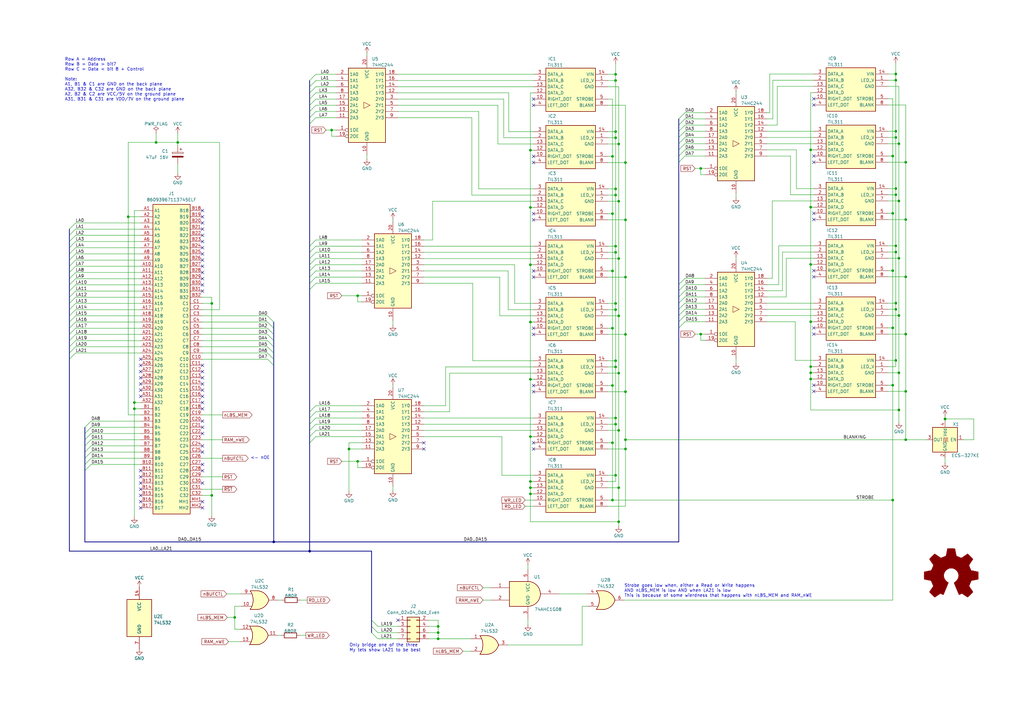
<source format=kicad_sch>
(kicad_sch (version 20230121) (generator eeschema)
  (paper "A3")
  (lib_symbols
    (symbol "74xGxx:74AHC1G08"
      (property "Reference" "U" (at -2.54 3.81 0))
      (property "Value" "74AHC1G08" (at 0 -3.81 0))
      (symbol "74AHC1G08_1_1"
        (pin input line (at -15.24 2.54 0) (length 7.62) (name "~") (number "1"))
        (pin input line (at -15.24 -2.54 0) (length 7.62) (name "~") (number "2"))
        (pin power_in line (at 0 -10.16 90) (length 5.08) (name "GND") (number "3"))
        (pin output line (at 12.7 0 180) (length 7.62) (name "~") (number "4"))
        (pin power_in line (at 0 10.16 270) (length 5.08) (name "VCC") (number "5"))
      )
    )
    (symbol "74xx:74HC244"
      (property "Reference" "U" (at -7.62 16.51 0))
      (property "Value" "74HC244" (at -7.62 -16.51 0))
      (symbol "74HC244_1_0"
        (pin input inverted (at -12.7 -10.16 0) (length 5.08) (name "1OE") (number "1"))
        (pin power_in line (at 0 -20.32 90) (length 5.08) (name "GND") (number "10"))
        (pin input line (at -12.7 -5.08 0) (length 5.08) (name "2A3") (number "11"))
        (pin tri_state line (at 12.7 5.08 180) (length 5.08) (name "1Y3") (number "12"))
        (pin input line (at -12.7 -2.54 0) (length 5.08) (name "2A2") (number "13"))
        (pin tri_state line (at 12.7 7.62 180) (length 5.08) (name "1Y2") (number "14"))
        (pin input line (at -12.7 0 0) (length 5.08) (name "2A1") (number "15"))
        (pin tri_state line (at 12.7 10.16 180) (length 5.08) (name "1Y1") (number "16"))
        (pin input line (at -12.7 2.54 0) (length 5.08) (name "2A0") (number "17"))
        (pin tri_state line (at 12.7 12.7 180) (length 5.08) (name "1Y0") (number "18"))
        (pin input inverted (at -12.7 -12.7 0) (length 5.08) (name "2OE") (number "19"))
        (pin input line (at -12.7 12.7 0) (length 5.08) (name "1A0") (number "2"))
        (pin power_in line (at 0 20.32 270) (length 5.08) (name "VCC") (number "20"))
        (pin tri_state line (at 12.7 2.54 180) (length 5.08) (name "2Y0") (number "3"))
        (pin input line (at -12.7 10.16 0) (length 5.08) (name "1A1") (number "4"))
        (pin tri_state line (at 12.7 0 180) (length 5.08) (name "2Y1") (number "5"))
        (pin input line (at -12.7 7.62 0) (length 5.08) (name "1A2") (number "6"))
        (pin tri_state line (at 12.7 -2.54 180) (length 5.08) (name "2Y2") (number "7"))
        (pin input line (at -12.7 5.08 0) (length 5.08) (name "1A3") (number "8"))
        (pin tri_state line (at 12.7 -5.08 180) (length 5.08) (name "2Y3") (number "9"))
      )
    )
    (symbol "74xx:74LS32" (pin_names (offset 1.016))
      (property "Reference" "U" (at 0 1.27 0))
      (property "Value" "74LS32" (at 0 -1.27 0))
      (symbol "74LS32_1_1"
        (pin input line (at -7.62 2.54 0) (length 4.318) (name "~") (number "1"))
        (pin input line (at -7.62 -2.54 0) (length 4.318) (name "~") (number "2"))
        (pin output line (at 7.62 0 180) (length 3.81) (name "~") (number "3"))
      )
      (symbol "74LS32_1_2"
        (pin input inverted (at -7.62 2.54 0) (length 3.81) (name "~") (number "1"))
        (pin input inverted (at -7.62 -2.54 0) (length 3.81) (name "~") (number "2"))
        (pin output inverted (at 7.62 0 180) (length 3.81) (name "~") (number "3"))
      )
      (symbol "74LS32_2_1"
        (pin input line (at -7.62 2.54 0) (length 4.318) (name "~") (number "4"))
        (pin input line (at -7.62 -2.54 0) (length 4.318) (name "~") (number "5"))
        (pin output line (at 7.62 0 180) (length 3.81) (name "~") (number "6"))
      )
      (symbol "74LS32_2_2"
        (pin input inverted (at -7.62 2.54 0) (length 3.81) (name "~") (number "4"))
        (pin input inverted (at -7.62 -2.54 0) (length 3.81) (name "~") (number "5"))
        (pin output inverted (at 7.62 0 180) (length 3.81) (name "~") (number "6"))
      )
      (symbol "74LS32_3_1"
        (pin input line (at -7.62 -2.54 0) (length 4.318) (name "~") (number "10"))
        (pin output line (at 7.62 0 180) (length 3.81) (name "~") (number "8"))
        (pin input line (at -7.62 2.54 0) (length 4.318) (name "~") (number "9"))
      )
      (symbol "74LS32_3_2"
        (pin input inverted (at -7.62 -2.54 0) (length 3.81) (name "~") (number "10"))
        (pin output inverted (at 7.62 0 180) (length 3.81) (name "~") (number "8"))
        (pin input inverted (at -7.62 2.54 0) (length 3.81) (name "~") (number "9"))
      )
      (symbol "74LS32_4_1"
        (pin output line (at 7.62 0 180) (length 3.81) (name "~") (number "11"))
        (pin input line (at -7.62 2.54 0) (length 4.318) (name "~") (number "12"))
        (pin input line (at -7.62 -2.54 0) (length 4.318) (name "~") (number "13"))
      )
      (symbol "74LS32_4_2"
        (pin output inverted (at 7.62 0 180) (length 3.81) (name "~") (number "11"))
        (pin input inverted (at -7.62 2.54 0) (length 3.81) (name "~") (number "12"))
        (pin input inverted (at -7.62 -2.54 0) (length 3.81) (name "~") (number "13"))
      )
      (symbol "74LS32_5_0"
        (pin power_in line (at 0 12.7 270) (length 5.08) (name "VCC") (number "14"))
        (pin power_in line (at 0 -12.7 90) (length 5.08) (name "GND") (number "7"))
      )
    )
    (symbol "86093967113745ELF:86093967113745ELF"
      (property "Reference" "J" (at 21.59 7.62 0))
      (property "Value" "86093967113745ELF" (at 21.59 5.08 0))
      (symbol "86093967113745ELF_1_1"
        (pin passive line (at 0 0 0) (length 5.08) (name "A1") (number "A1"))
        (pin passive line (at 0 -22.86 0) (length 5.08) (name "A10") (number "A10"))
        (pin passive line (at 0 -25.4 0) (length 5.08) (name "A11") (number "A11"))
        (pin passive line (at 0 -27.94 0) (length 5.08) (name "A12") (number "A12"))
        (pin passive line (at 0 -30.48 0) (length 5.08) (name "A13") (number "A13"))
        (pin passive line (at 0 -33.02 0) (length 5.08) (name "A14") (number "A14"))
        (pin passive line (at 0 -35.56 0) (length 5.08) (name "A15") (number "A15"))
        (pin passive line (at 0 -38.1 0) (length 5.08) (name "A16") (number "A16"))
        (pin passive line (at 0 -40.64 0) (length 5.08) (name "A17") (number "A17"))
        (pin passive line (at 0 -43.18 0) (length 5.08) (name "A18") (number "A18"))
        (pin passive line (at 0 -45.72 0) (length 5.08) (name "A19") (number "A19"))
        (pin passive line (at 0 -2.54 0) (length 5.08) (name "A2") (number "A2"))
        (pin passive line (at 0 -48.26 0) (length 5.08) (name "A20") (number "A20"))
        (pin passive line (at 0 -50.8 0) (length 5.08) (name "A21") (number "A21"))
        (pin passive line (at 0 -53.34 0) (length 5.08) (name "A22") (number "A22"))
        (pin passive line (at 0 -55.88 0) (length 5.08) (name "A23") (number "A23"))
        (pin passive line (at 0 -58.42 0) (length 5.08) (name "A24") (number "A24"))
        (pin passive line (at 0 -60.96 0) (length 5.08) (name "A25") (number "A25"))
        (pin passive line (at 0 -63.5 0) (length 5.08) (name "A26") (number "A26"))
        (pin passive line (at 0 -66.04 0) (length 5.08) (name "A27") (number "A27"))
        (pin passive line (at 0 -68.58 0) (length 5.08) (name "A28") (number "A28"))
        (pin passive line (at 0 -71.12 0) (length 5.08) (name "A29") (number "A29"))
        (pin passive line (at 0 -5.08 0) (length 5.08) (name "A3") (number "A3"))
        (pin passive line (at 0 -73.66 0) (length 5.08) (name "A30") (number "A30"))
        (pin passive line (at 0 -76.2 0) (length 5.08) (name "A31") (number "A31"))
        (pin passive line (at 0 -78.74 0) (length 5.08) (name "A32") (number "A32"))
        (pin passive line (at 0 -7.62 0) (length 5.08) (name "A4") (number "A4"))
        (pin passive line (at 0 -10.16 0) (length 5.08) (name "A5") (number "A5"))
        (pin passive line (at 0 -12.7 0) (length 5.08) (name "A6") (number "A6"))
        (pin passive line (at 0 -15.24 0) (length 5.08) (name "A7") (number "A7"))
        (pin passive line (at 0 -17.78 0) (length 5.08) (name "A8") (number "A8"))
        (pin passive line (at 0 -20.32 0) (length 5.08) (name "A9") (number "A9"))
        (pin passive line (at 0 -81.28 0) (length 5.08) (name "B1") (number "B1"))
        (pin passive line (at 0 -104.14 0) (length 5.08) (name "B10") (number "B10"))
        (pin passive line (at 0 -106.68 0) (length 5.08) (name "B11") (number "B11"))
        (pin passive line (at 0 -109.22 0) (length 5.08) (name "B12") (number "B12"))
        (pin passive line (at 0 -111.76 0) (length 5.08) (name "B13") (number "B13"))
        (pin passive line (at 0 -114.3 0) (length 5.08) (name "B14") (number "B14"))
        (pin passive line (at 0 -116.84 0) (length 5.08) (name "B15") (number "B15"))
        (pin passive line (at 0 -119.38 0) (length 5.08) (name "B16") (number "B16"))
        (pin passive line (at 0 -121.92 0) (length 5.08) (name "B17") (number "B17"))
        (pin passive line (at 25.4 0 180) (length 5.08) (name "B18") (number "B18"))
        (pin passive line (at 25.4 -2.54 180) (length 5.08) (name "B19") (number "B19"))
        (pin passive line (at 0 -83.82 0) (length 5.08) (name "B2") (number "B2"))
        (pin passive line (at 25.4 -5.08 180) (length 5.08) (name "B20") (number "B20"))
        (pin passive line (at 25.4 -7.62 180) (length 5.08) (name "B21") (number "B21"))
        (pin passive line (at 25.4 -10.16 180) (length 5.08) (name "B22") (number "B22"))
        (pin passive line (at 25.4 -12.7 180) (length 5.08) (name "B23") (number "B23"))
        (pin passive line (at 25.4 -15.24 180) (length 5.08) (name "B24") (number "B24"))
        (pin passive line (at 25.4 -17.78 180) (length 5.08) (name "B25") (number "B25"))
        (pin passive line (at 25.4 -20.32 180) (length 5.08) (name "B26") (number "B26"))
        (pin passive line (at 25.4 -22.86 180) (length 5.08) (name "B27") (number "B27"))
        (pin passive line (at 25.4 -25.4 180) (length 5.08) (name "B28") (number "B28"))
        (pin passive line (at 25.4 -27.94 180) (length 5.08) (name "B29") (number "B29"))
        (pin passive line (at 0 -86.36 0) (length 5.08) (name "B3") (number "B3"))
        (pin passive line (at 25.4 -30.48 180) (length 5.08) (name "B30") (number "B30"))
        (pin passive line (at 25.4 -33.02 180) (length 5.08) (name "B31") (number "B31"))
        (pin passive line (at 25.4 -35.56 180) (length 5.08) (name "B32") (number "B32"))
        (pin passive line (at 0 -88.9 0) (length 5.08) (name "B4") (number "B4"))
        (pin passive line (at 0 -91.44 0) (length 5.08) (name "B5") (number "B5"))
        (pin passive line (at 0 -93.98 0) (length 5.08) (name "B6") (number "B6"))
        (pin passive line (at 0 -96.52 0) (length 5.08) (name "B7") (number "B7"))
        (pin passive line (at 0 -99.06 0) (length 5.08) (name "B8") (number "B8"))
        (pin passive line (at 0 -101.6 0) (length 5.08) (name "B9") (number "B9"))
        (pin passive line (at 25.4 -38.1 180) (length 5.08) (name "C1") (number "C1"))
        (pin passive line (at 25.4 -60.96 180) (length 5.08) (name "C10") (number "C10"))
        (pin passive line (at 25.4 -63.5 180) (length 5.08) (name "C11") (number "C11"))
        (pin passive line (at 25.4 -66.04 180) (length 5.08) (name "C12") (number "C12"))
        (pin passive line (at 25.4 -68.58 180) (length 5.08) (name "C13") (number "C13"))
        (pin passive line (at 25.4 -71.12 180) (length 5.08) (name "C14") (number "C14"))
        (pin passive line (at 25.4 -73.66 180) (length 5.08) (name "C15") (number "C15"))
        (pin passive line (at 25.4 -76.2 180) (length 5.08) (name "C16") (number "C16"))
        (pin passive line (at 25.4 -78.74 180) (length 5.08) (name "C17") (number "C17"))
        (pin passive line (at 25.4 -81.28 180) (length 5.08) (name "C18") (number "C18"))
        (pin passive line (at 25.4 -83.82 180) (length 5.08) (name "C19") (number "C19"))
        (pin passive line (at 25.4 -40.64 180) (length 5.08) (name "C2") (number "C2"))
        (pin passive line (at 25.4 -86.36 180) (length 5.08) (name "C20") (number "C20"))
        (pin passive line (at 25.4 -88.9 180) (length 5.08) (name "C21") (number "C21"))
        (pin passive line (at 25.4 -91.44 180) (length 5.08) (name "C22") (number "C22"))
        (pin passive line (at 25.4 -93.98 180) (length 5.08) (name "C23") (number "C23"))
        (pin passive line (at 25.4 -96.52 180) (length 5.08) (name "C24") (number "C24"))
        (pin passive line (at 25.4 -99.06 180) (length 5.08) (name "C25") (number "C25"))
        (pin passive line (at 25.4 -101.6 180) (length 5.08) (name "C26") (number "C26"))
        (pin passive line (at 25.4 -104.14 180) (length 5.08) (name "C27") (number "C27"))
        (pin passive line (at 25.4 -106.68 180) (length 5.08) (name "C28") (number "C28"))
        (pin passive line (at 25.4 -109.22 180) (length 5.08) (name "C29") (number "C29"))
        (pin passive line (at 25.4 -43.18 180) (length 5.08) (name "C3") (number "C3"))
        (pin passive line (at 25.4 -111.76 180) (length 5.08) (name "C30") (number "C30"))
        (pin passive line (at 25.4 -114.3 180) (length 5.08) (name "C31") (number "C31"))
        (pin passive line (at 25.4 -116.84 180) (length 5.08) (name "C32") (number "C32"))
        (pin passive line (at 25.4 -45.72 180) (length 5.08) (name "C4") (number "C4"))
        (pin passive line (at 25.4 -48.26 180) (length 5.08) (name "C5") (number "C5"))
        (pin passive line (at 25.4 -50.8 180) (length 5.08) (name "C6") (number "C6"))
        (pin passive line (at 25.4 -53.34 180) (length 5.08) (name "C7") (number "C7"))
        (pin passive line (at 25.4 -55.88 180) (length 5.08) (name "C8") (number "C8"))
        (pin passive line (at 25.4 -58.42 180) (length 5.08) (name "C9") (number "C9"))
        (pin passive line (at 25.4 -119.38 180) (length 5.08) (name "MH1") (number "MH1"))
        (pin passive line (at 25.4 -121.92 180) (length 5.08) (name "MH2") (number "MH2"))
      )
    )
    (symbol "Connector_Generic:Conn_02x04_Odd_Even" (pin_names (offset 1.016) hide)
      (property "Reference" "J" (at 1.27 5.08 0))
      (property "Value" "Conn_02x04_Odd_Even" (at 1.27 -7.62 0))
      (symbol "Conn_02x04_Odd_Even_1_1"
        (pin passive line (at -5.08 2.54 0) (length 3.81) (name "Pin_1") (number "1"))
        (pin passive line (at 7.62 2.54 180) (length 3.81) (name "Pin_2") (number "2"))
        (pin passive line (at -5.08 0 0) (length 3.81) (name "Pin_3") (number "3"))
        (pin passive line (at 7.62 0 180) (length 3.81) (name "Pin_4") (number "4"))
        (pin passive line (at -5.08 -2.54 0) (length 3.81) (name "Pin_5") (number "5"))
        (pin passive line (at 7.62 -2.54 180) (length 3.81) (name "Pin_6") (number "6"))
        (pin passive line (at -5.08 -5.08 0) (length 3.81) (name "Pin_7") (number "7"))
        (pin passive line (at 7.62 -5.08 180) (length 3.81) (name "Pin_8") (number "8"))
      )
    )
    (symbol "Device:C_Polarized" (pin_numbers hide) (pin_names (offset 0.254))
      (property "Reference" "C" (at 0.635 2.54 0))
      (property "Value" "C_Polarized" (at 0.635 -2.54 0))
      (symbol "C_Polarized_1_1"
        (pin passive line (at 0 3.81 270) (length 2.794) (name "~") (number "1"))
        (pin passive line (at 0 -3.81 90) (length 2.794) (name "~") (number "2"))
      )
    )
    (symbol "Device:R" (pin_numbers hide) (pin_names (offset 0))
      (property "Reference" "R" (at 2.032 0 90))
      (property "Value" "R" (at 0 0 90))
      (symbol "R_1_1"
        (pin passive line (at 0 3.81 270) (length 1.27) (name "~") (number "1"))
        (pin passive line (at 0 -3.81 90) (length 1.27) (name "~") (number "2"))
      )
    )
    (symbol "Graphic:Logo_Open_Hardware_Large" (in_bom no) (on_board no))
    (symbol "Oscillator:ASE-xxxMHz" (pin_names (offset 0.254))
      (property "Reference" "X" (at -5.08 6.35 0))
      (property "Value" "ASE-xxxMHz" (at 1.27 -6.35 0))
      (symbol "ASE-xxxMHz_1_1"
        (pin input line (at -7.62 0 0) (length 2.54) (name "EN") (number "1"))
        (pin power_in line (at 0 -7.62 90) (length 2.54) (name "GND") (number "2"))
        (pin output line (at 7.62 0 180) (length 2.54) (name "OUT") (number "3"))
        (pin power_in line (at 0 7.62 270) (length 2.54) (name "Vdd") (number "4"))
      )
    )
    (symbol "TIL311:TIL311"
      (property "Reference" "IC1" (at 7.62 6.35 0))
      (property "Value" "TIL311" (at 8.89 3.81 0))
      (symbol "TIL311_1_1"
        (pin passive line (at 30.48 -2.54 180) (length 5.08) (name "LED_V") (number "1"))
        (pin passive line (at 0 -10.16 0) (length 5.08) (name "RIGHT_DOT") (number "10"))
        (pin passive line (at 0 -7.62 0) (length 5.08) (name "DATA_D") (number "12"))
        (pin passive line (at 0 -5.08 0) (length 5.08) (name "DATA_C") (number "13"))
        (pin passive line (at 30.48 0 180) (length 5.08) (name "VIN") (number "14"))
        (pin passive line (at 0 -2.54 0) (length 5.08) (name "DATA_B") (number "2"))
        (pin passive line (at 0 0 0) (length 5.08) (name "DATA_A") (number "3"))
        (pin passive line (at 0 -12.7 0) (length 5.08) (name "LEFT_DOT") (number "4"))
        (pin passive line (at 30.48 -10.16 180) (length 5.08) (name "STROBE") (number "5"))
        (pin passive line (at 30.48 -5.08 180) (length 5.08) (name "GND") (number "7"))
        (pin passive line (at 30.48 -12.7 180) (length 5.08) (name "BLANK") (number "8"))
      )
    )
    (symbol "power:GND" (power) (pin_names (offset 0))
      (property "Value" "GND" (at 0 -3.81 0))
      (symbol "GND_1_1"
        (pin power_in line (at 0 0 270) (length 0) hide (name "GND") (number "1"))
      )
    )
    (symbol "power:PWR_FLAG" (power) (pin_numbers hide) (pin_names (offset 0) hide)
      (property "Value" "PWR_FLAG" (at 0 3.81 0))
      (symbol "PWR_FLAG_0_0"
        (pin power_out line (at 0 0 90) (length 0) (name "pwr") (number "1"))
      )
    )
    (symbol "power:VCC" (power) (pin_names (offset 0))
      (property "Value" "VCC" (at 0 3.81 0))
      (symbol "VCC_1_1"
        (pin power_in line (at 0 0 90) (length 0) hide (name "VCC") (number "1"))
      )
    )
  )
  (junction (at 251.206 205.105))
  (junction (at 55.118 165.1))
  (junction (at 179.705 262.001))
  (junction (at 55.118 167.64))
  (junction (at 251.206 111.125))
  (junction (at 256.54 160.655))
  (junction (at 251.206 181.61))
  (junction (at 251.206 87.63))
  (junction (at 251.206 64.135))
  (junction (at 217.551 202.565))
  (junction (at 368.681 129.413))
  (junction (at 217.551 108.585))
  (junction (at 287.401 69.088))
  (junction (at 332.486 152.908))
  (junction (at 146.685 121.285))
  (junction (at 86.868 124.46))
  (junction (at 252.476 100.965))
  (junction (at 366.141 157.988))
  (junction (at 252.476 53.975))
  (junction (at 332.486 150.368))
  (junction (at 253.746 106.045))
  (junction (at 287.401 137.033))
  (junction (at 252.476 147.955))
  (junction (at 367.411 103.378))
  (junction (at 252.476 171.45))
  (junction (at 371.475 137.033))
  (junction (at 366.141 205.105))
  (junction (at 252.476 194.945))
  (junction (at 252.476 150.495))
  (junction (at 367.411 79.883))
  (junction (at 366.141 87.503))
  (junction (at 217.551 197.485))
  (junction (at 256.54 90.17))
  (junction (at 366.141 64.008))
  (junction (at 252.476 56.515))
  (junction (at 217.551 179.07))
  (junction (at 217.551 132.08))
  (junction (at 64.008 58.42))
  (junction (at 136.017 53.34))
  (junction (at 368.681 168.148))
  (junction (at 252.476 103.505))
  (junction (at 253.746 213.995))
  (junction (at 368.681 152.908))
  (junction (at 252.476 127))
  (junction (at 52.578 88.9))
  (junction (at 252.476 80.01))
  (junction (at 371.475 66.548))
  (junction (at 366.141 134.493))
  (junction (at 146.685 189.23))
  (junction (at 96.266 253.238))
  (junction (at 367.411 30.353))
  (junction (at 332.486 155.448))
  (junction (at 217.551 85.09))
  (junction (at 332.486 108.458))
  (junction (at 217.551 155.575))
  (junction (at 217.551 61.595))
  (junction (at 367.411 126.873))
  (junction (at 253.746 82.55))
  (junction (at 256.54 137.16))
  (junction (at 367.411 53.848))
  (junction (at 252.476 30.48))
  (junction (at 367.411 100.838))
  (junction (at 367.411 124.333))
  (junction (at 332.486 61.468))
  (junction (at 143.129 184.15))
  (junction (at 371.475 160.528))
  (junction (at 253.746 59.055))
  (junction (at 368.681 58.928))
  (junction (at 256.54 113.665))
  (junction (at 179.705 259.461))
  (junction (at 252.476 77.47))
  (junction (at 112.268 222.25))
  (junction (at 368.681 105.918))
  (junction (at 332.486 131.953))
  (junction (at 253.746 200.025))
  (junction (at 252.476 173.99))
  (junction (at 251.206 158.115))
  (junction (at 371.475 90.043))
  (junction (at 387.604 171.831))
  (junction (at 252.476 124.46))
  (junction (at 256.54 66.675))
  (junction (at 252.476 33.02))
  (junction (at 366.141 110.998))
  (junction (at 253.746 176.53))
  (junction (at 367.411 77.343))
  (junction (at 253.746 129.54))
  (junction (at 253.746 153.035))
  (junction (at 72.898 58.42))
  (junction (at 371.475 180.34))
  (junction (at 217.551 200.025))
  (junction (at 332.486 84.963))
  (junction (at 256.54 184.15))
  (junction (at 367.411 56.388))
  (junction (at 371.475 113.538))
  (junction (at 367.411 32.893))
  (junction (at 256.54 180.34))
  (junction (at 127 226.06))
  (junction (at 367.411 147.828))
  (junction (at 86.868 203.2))
  (junction (at 251.206 134.62))
  (junction (at 368.681 82.423))
  (junction (at 179.705 256.921))
  (no_connect (at 83.058 157.48))
  (no_connect (at 333.756 90.043))
  (no_connect (at 83.058 208.28))
  (no_connect (at 163.195 254.381))
  (no_connect (at 83.058 175.26))
  (no_connect (at 83.058 119.38))
  (no_connect (at 333.756 160.528))
  (no_connect (at 218.821 64.135))
  (no_connect (at 83.058 167.64))
  (no_connect (at 83.058 104.14))
  (no_connect (at 83.058 88.9))
  (no_connect (at 83.058 165.1))
  (no_connect (at 83.058 152.4))
  (no_connect (at 173.863 184.15))
  (no_connect (at 83.058 109.22))
  (no_connect (at 218.821 181.61))
  (no_connect (at 218.821 90.17))
  (no_connect (at 83.058 162.56))
  (no_connect (at 218.821 87.63))
  (no_connect (at 333.756 157.988))
  (no_connect (at 57.658 198.12))
  (no_connect (at 83.058 149.86))
  (no_connect (at 57.658 162.56))
  (no_connect (at 218.821 134.62))
  (no_connect (at 83.058 205.74))
  (no_connect (at 218.821 137.16))
  (no_connect (at 83.058 101.6))
  (no_connect (at 218.821 158.115))
  (no_connect (at 333.756 134.493))
  (no_connect (at 83.058 96.52))
  (no_connect (at 333.756 110.998))
  (no_connect (at 57.658 152.4))
  (no_connect (at 57.658 154.94))
  (no_connect (at 57.658 195.58))
  (no_connect (at 333.756 87.503))
  (no_connect (at 83.058 99.06))
  (no_connect (at 83.058 193.04))
  (no_connect (at 83.058 93.98))
  (no_connect (at 218.821 113.665))
  (no_connect (at 218.821 184.15))
  (no_connect (at 57.658 160.02))
  (no_connect (at 83.058 91.44))
  (no_connect (at 83.058 160.02))
  (no_connect (at 333.756 137.033))
  (no_connect (at 57.658 203.2))
  (no_connect (at 333.756 43.053))
  (no_connect (at 57.658 208.28))
  (no_connect (at 83.058 182.88))
  (no_connect (at 333.756 66.548))
  (no_connect (at 57.658 147.32))
  (no_connect (at 83.058 185.42))
  (no_connect (at 83.058 190.5))
  (no_connect (at 218.821 111.125))
  (no_connect (at 57.658 157.48))
  (no_connect (at 57.658 149.86))
  (no_connect (at 83.058 106.68))
  (no_connect (at 333.756 40.513))
  (no_connect (at 83.058 177.8))
  (no_connect (at 333.756 64.008))
  (no_connect (at 218.821 40.64))
  (no_connect (at 218.821 160.655))
  (no_connect (at 83.058 116.84))
  (no_connect (at 218.821 66.675))
  (no_connect (at 83.058 111.76))
  (no_connect (at 333.756 113.538))
  (no_connect (at 83.058 172.72))
  (no_connect (at 83.058 114.3))
  (no_connect (at 57.658 193.04))
  (no_connect (at 173.863 181.61))
  (no_connect (at 83.058 86.36))
  (no_connect (at 83.058 154.94))
  (no_connect (at 57.658 205.74))
  (no_connect (at 83.058 198.12))
  (no_connect (at 218.821 43.18))
  (no_connect (at 57.658 200.66))
  (bus_entry (at 127 40.64) (size 2.54 -2.54))
  (bus_entry (at 127 48.26) (size 2.54 -2.54))
  (bus_entry (at 28.448 96.52) (size 2.54 -2.54))
  (bus_entry (at 28.448 124.46) (size 2.54 -2.54))
  (bus_entry (at 278.384 121.793) (size 2.54 -2.54))
  (bus_entry (at 278.384 66.548) (size 2.54 -2.54))
  (bus_entry (at 109.728 142.24) (size 2.54 2.54))
  (bus_entry (at 28.448 132.08) (size 2.54 -2.54))
  (bus_entry (at 278.384 119.253) (size 2.54 -2.54))
  (bus_entry (at 34.798 175.26) (size 2.54 -2.54))
  (bus_entry (at 127 35.56) (size 2.54 -2.54))
  (bus_entry (at 34.798 187.96) (size 2.54 -2.54))
  (bus_entry (at 28.448 99.06) (size 2.54 -2.54))
  (bus_entry (at 28.448 119.38) (size 2.54 -2.54))
  (bus_entry (at 278.384 64.008) (size 2.54 -2.54))
  (bus_entry (at 109.728 134.62) (size 2.54 2.54))
  (bus_entry (at 127 45.72) (size 2.54 -2.54))
  (bus_entry (at 278.384 53.848) (size 2.54 -2.54))
  (bus_entry (at 109.728 147.32) (size 2.54 2.54))
  (bus_entry (at 278.384 134.493) (size 2.54 -2.54))
  (bus_entry (at 127 176.53) (size 2.54 -2.54))
  (bus_entry (at 28.448 127) (size 2.54 -2.54))
  (bus_entry (at 127 181.61) (size 2.54 -2.54))
  (bus_entry (at 28.448 116.84) (size 2.54 -2.54))
  (bus_entry (at 28.448 147.32) (size 2.54 -2.54))
  (bus_entry (at 127 168.91) (size 2.54 -2.54))
  (bus_entry (at 127 103.505) (size 2.54 -2.54))
  (bus_entry (at 127 118.745) (size 2.54 -2.54))
  (bus_entry (at 127 113.665) (size 2.54 -2.54))
  (bus_entry (at 28.448 114.3) (size 2.54 -2.54))
  (bus_entry (at 127 171.45) (size 2.54 -2.54))
  (bus_entry (at 127 43.18) (size 2.54 -2.54))
  (bus_entry (at 127 179.07) (size 2.54 -2.54))
  (bus_entry (at 28.448 134.62) (size 2.54 -2.54))
  (bus_entry (at 28.448 144.78) (size 2.54 -2.54))
  (bus_entry (at 28.448 111.76) (size 2.54 -2.54))
  (bus_entry (at 28.448 106.68) (size 2.54 -2.54))
  (bus_entry (at 127 116.205) (size 2.54 -2.54))
  (bus_entry (at 109.728 144.78) (size 2.54 2.54))
  (bus_entry (at 34.798 185.42) (size 2.54 -2.54))
  (bus_entry (at 278.384 116.713) (size 2.54 -2.54))
  (bus_entry (at 127 108.585) (size 2.54 -2.54))
  (bus_entry (at 127 50.8) (size 2.54 -2.54))
  (bus_entry (at 34.798 177.8) (size 2.54 -2.54))
  (bus_entry (at 278.384 58.928) (size 2.54 -2.54))
  (bus_entry (at 278.384 61.468) (size 2.54 -2.54))
  (bus_entry (at 34.798 193.04) (size 2.54 -2.54))
  (bus_entry (at 109.728 129.54) (size 2.54 2.54))
  (bus_entry (at 28.448 129.54) (size 2.54 -2.54))
  (bus_entry (at 127 106.045) (size 2.54 -2.54))
  (bus_entry (at 28.448 137.16) (size 2.54 -2.54))
  (bus_entry (at 109.728 132.08) (size 2.54 2.54))
  (bus_entry (at 28.448 121.92) (size 2.54 -2.54))
  (bus_entry (at 278.384 131.953) (size 2.54 -2.54))
  (bus_entry (at 127 111.125) (size 2.54 -2.54))
  (bus_entry (at 28.448 93.98) (size 2.54 -2.54))
  (bus_entry (at 127 173.99) (size 2.54 -2.54))
  (bus_entry (at 278.384 56.388) (size 2.54 -2.54))
  (bus_entry (at 152.4 256.921) (size 2.54 2.54))
  (bus_entry (at 28.448 101.6) (size 2.54 -2.54))
  (bus_entry (at 278.384 129.413) (size 2.54 -2.54))
  (bus_entry (at 278.384 126.873) (size 2.54 -2.54))
  (bus_entry (at 278.384 51.308) (size 2.54 -2.54))
  (bus_entry (at 127 33.02) (size 2.54 -2.54))
  (bus_entry (at 28.448 104.14) (size 2.54 -2.54))
  (bus_entry (at 28.448 142.24) (size 2.54 -2.54))
  (bus_entry (at 278.384 48.768) (size 2.54 -2.54))
  (bus_entry (at 34.798 190.5) (size 2.54 -2.54))
  (bus_entry (at 28.448 109.22) (size 2.54 -2.54))
  (bus_entry (at 278.384 124.333) (size 2.54 -2.54))
  (bus_entry (at 34.798 180.34) (size 2.54 -2.54))
  (bus_entry (at 152.4 254.381) (size 2.54 2.54))
  (bus_entry (at 127 100.965) (size 2.54 -2.54))
  (bus_entry (at 34.798 182.88) (size 2.54 -2.54))
  (bus_entry (at 152.4 259.461) (size 2.54 2.54))
  (bus_entry (at 127 38.1) (size 2.54 -2.54))
  (bus_entry (at 109.728 139.7) (size 2.54 2.54))
  (bus_entry (at 28.448 139.7) (size 2.54 -2.54))
  (bus_entry (at 109.728 137.16) (size 2.54 2.54))
  (wire (pts (xy 364.236 134.493) (xy 366.141 134.493)))
  (wire (pts (xy 161.163 89.916) (xy 161.163 90.805)))
  (wire (pts (xy 173.863 166.37) (xy 182.753 166.37)))
  (wire (pts (xy 366.141 40.513) (xy 366.141 64.008)))
  (bus (pts (xy 127 168.91) (xy 127 171.45)))
  (wire (pts (xy 367.411 32.893) (xy 367.411 53.848)))
  (bus (pts (xy 127 40.64) (xy 127 43.18)))
  (wire (pts (xy 364.236 87.503) (xy 366.141 87.503)))
  (wire (pts (xy 326.644 61.468) (xy 314.579 61.468)))
  (bus (pts (xy 127 179.07) (xy 127 181.61)))
  (wire (pts (xy 249.301 64.135) (xy 251.206 64.135)))
  (wire (pts (xy 280.924 48.768) (xy 289.179 48.768)))
  (bus (pts (xy 112.268 222.25) (xy 278.384 222.25)))
  (wire (pts (xy 364.236 147.828) (xy 367.411 147.828)))
  (wire (pts (xy 252.476 147.955) (xy 252.476 150.495)))
  (wire (pts (xy 253.746 215.9) (xy 253.746 213.995)))
  (bus (pts (xy 28.448 124.46) (xy 28.448 127)))
  (wire (pts (xy 364.236 100.838) (xy 367.411 100.838)))
  (wire (pts (xy 314.579 129.413) (xy 333.756 129.413)))
  (wire (pts (xy 90.043 127) (xy 83.058 127)))
  (wire (pts (xy 252.476 33.02) (xy 252.476 53.975)))
  (wire (pts (xy 122.936 260.604) (xy 125.476 260.604)))
  (wire (pts (xy 143.129 184.15) (xy 143.129 201.549)))
  (wire (pts (xy 333.756 131.953) (xy 332.486 131.953)))
  (wire (pts (xy 30.988 127) (xy 57.658 127)))
  (wire (pts (xy 399.415 171.831) (xy 387.604 171.831)))
  (wire (pts (xy 163.195 48.26) (xy 193.548 48.26)))
  (bus (pts (xy 28.448 129.54) (xy 28.448 132.08)))
  (wire (pts (xy 256.54 180.34) (xy 256.54 160.655)))
  (wire (pts (xy 332.486 37.973) (xy 332.486 61.468)))
  (wire (pts (xy 252.476 103.505) (xy 249.301 103.505)))
  (wire (pts (xy 163.195 35.56) (xy 218.821 35.56)))
  (wire (pts (xy 30.988 93.98) (xy 57.658 93.98)))
  (wire (pts (xy 253.746 200.025) (xy 249.301 200.025)))
  (wire (pts (xy 368.681 105.918) (xy 364.236 105.918)))
  (wire (pts (xy 368.681 152.908) (xy 368.681 168.148)))
  (wire (pts (xy 129.54 171.45) (xy 148.463 171.45)))
  (wire (pts (xy 129.54 33.02) (xy 137.795 33.02)))
  (wire (pts (xy 316.738 82.423) (xy 316.738 114.173)))
  (wire (pts (xy 371.475 160.528) (xy 371.475 137.033)))
  (wire (pts (xy 217.551 132.08) (xy 217.551 155.575)))
  (wire (pts (xy 182.753 150.495) (xy 182.753 166.37)))
  (wire (pts (xy 83.058 129.54) (xy 109.728 129.54)))
  (bus (pts (xy 127 116.205) (xy 127 118.745)))
  (wire (pts (xy 256.54 113.665) (xy 256.54 90.17)))
  (wire (pts (xy 332.486 150.368) (xy 332.486 152.908)))
  (wire (pts (xy 129.54 111.125) (xy 148.463 111.125)))
  (wire (pts (xy 333.756 108.458) (xy 332.486 108.458)))
  (wire (pts (xy 198.12 241.046) (xy 201.295 241.046)))
  (wire (pts (xy 249.301 137.16) (xy 256.54 137.16)))
  (wire (pts (xy 218.821 127) (xy 208.407 127)))
  (wire (pts (xy 205.867 179.07) (xy 173.863 179.07)))
  (wire (pts (xy 30.988 99.06) (xy 57.658 99.06)))
  (wire (pts (xy 256.54 90.17) (xy 256.54 66.675)))
  (wire (pts (xy 189.865 267.081) (xy 193.04 267.081)))
  (wire (pts (xy 83.058 139.7) (xy 109.728 139.7)))
  (wire (pts (xy 143.129 181.61) (xy 143.129 184.15)))
  (wire (pts (xy 366.141 110.998) (xy 366.141 134.493)))
  (wire (pts (xy 315.722 30.353) (xy 315.722 46.228)))
  (wire (pts (xy 332.486 152.908) (xy 332.486 155.448)))
  (wire (pts (xy 133.731 53.34) (xy 136.017 53.34)))
  (wire (pts (xy 251.206 158.115) (xy 251.206 181.61)))
  (wire (pts (xy 314.579 131.953) (xy 326.136 131.953)))
  (wire (pts (xy 252.476 100.965) (xy 252.476 103.505)))
  (wire (pts (xy 57.658 86.36) (xy 55.118 86.36)))
  (wire (pts (xy 253.746 129.54) (xy 253.746 153.035)))
  (wire (pts (xy 280.924 61.468) (xy 289.179 61.468)))
  (bus (pts (xy 127 50.8) (xy 127 100.965)))
  (wire (pts (xy 179.705 256.921) (xy 179.705 259.461)))
  (wire (pts (xy 256.54 137.16) (xy 256.54 113.665)))
  (wire (pts (xy 163.195 30.48) (xy 218.821 30.48)))
  (bus (pts (xy 278.384 48.768) (xy 278.384 51.308)))
  (wire (pts (xy 364.236 43.053) (xy 371.475 43.053)))
  (wire (pts (xy 364.236 30.353) (xy 367.411 30.353)))
  (wire (pts (xy 217.551 200.025) (xy 218.821 200.025)))
  (wire (pts (xy 211.074 108.585) (xy 211.074 124.46)))
  (bus (pts (xy 127 111.125) (xy 127 113.665)))
  (bus (pts (xy 34.798 182.88) (xy 34.798 185.42)))
  (wire (pts (xy 215.392 207.645) (xy 218.821 207.645)))
  (wire (pts (xy 37.338 175.26) (xy 57.658 175.26)))
  (wire (pts (xy 368.681 35.433) (xy 364.236 35.433)))
  (wire (pts (xy 30.988 106.68) (xy 57.658 106.68)))
  (wire (pts (xy 86.868 121.92) (xy 86.868 124.46)))
  (wire (pts (xy 217.551 85.09) (xy 217.551 108.585)))
  (wire (pts (xy 252.476 80.01) (xy 249.301 80.01)))
  (wire (pts (xy 30.988 91.44) (xy 57.658 91.44)))
  (wire (pts (xy 136.017 53.34) (xy 137.795 53.34)))
  (wire (pts (xy 37.338 172.72) (xy 57.658 172.72)))
  (wire (pts (xy 314.579 116.713) (xy 319.405 116.713)))
  (wire (pts (xy 256.54 160.655) (xy 256.54 137.16)))
  (wire (pts (xy 129.54 179.07) (xy 148.463 179.07)))
  (wire (pts (xy 30.988 142.24) (xy 57.658 142.24)))
  (wire (pts (xy 364.236 124.333) (xy 367.411 124.333)))
  (wire (pts (xy 72.898 67.31) (xy 72.898 71.12)))
  (wire (pts (xy 318.77 35.433) (xy 318.77 51.308)))
  (wire (pts (xy 332.486 61.468) (xy 332.486 84.963)))
  (wire (pts (xy 37.338 177.8) (xy 57.658 177.8)))
  (bus (pts (xy 34.798 193.04) (xy 34.798 222.25)))
  (wire (pts (xy 285.115 69.088) (xy 287.401 69.088)))
  (wire (pts (xy 129.54 168.91) (xy 148.463 168.91)))
  (wire (pts (xy 319.405 100.838) (xy 333.756 100.838)))
  (bus (pts (xy 278.384 56.388) (xy 278.384 58.928)))
  (wire (pts (xy 364.236 77.343) (xy 367.411 77.343)))
  (wire (pts (xy 371.475 90.043) (xy 371.475 66.548)))
  (wire (pts (xy 252.476 150.495) (xy 249.301 150.495)))
  (wire (pts (xy 285.115 137.033) (xy 287.401 137.033)))
  (wire (pts (xy 96.266 248.666) (xy 98.806 248.666)))
  (wire (pts (xy 333.756 35.433) (xy 318.77 35.433)))
  (wire (pts (xy 83.058 195.58) (xy 91.313 195.58)))
  (wire (pts (xy 129.54 116.205) (xy 148.463 116.205)))
  (wire (pts (xy 249.301 66.675) (xy 256.54 66.675)))
  (bus (pts (xy 28.448 101.6) (xy 28.448 104.14)))
  (bus (pts (xy 28.448 111.76) (xy 28.448 114.3)))
  (wire (pts (xy 193.929 147.955) (xy 193.929 116.205)))
  (bus (pts (xy 152.4 226.06) (xy 127 226.06)))
  (wire (pts (xy 364.236 64.008) (xy 366.141 64.008)))
  (wire (pts (xy 150.495 21.844) (xy 150.495 22.86)))
  (wire (pts (xy 289.179 71.628) (xy 287.401 71.628)))
  (wire (pts (xy 249.301 147.955) (xy 252.476 147.955)))
  (wire (pts (xy 150.495 63.5) (xy 150.495 65.278)))
  (wire (pts (xy 83.058 180.34) (xy 91.313 180.34)))
  (wire (pts (xy 249.301 87.63) (xy 251.206 87.63)))
  (bus (pts (xy 34.798 185.42) (xy 34.798 187.96)))
  (wire (pts (xy 30.988 121.92) (xy 57.658 121.92)))
  (wire (pts (xy 83.058 134.62) (xy 109.728 134.62)))
  (wire (pts (xy 364.236 113.538) (xy 371.475 113.538)))
  (wire (pts (xy 371.475 66.548) (xy 371.475 43.053)))
  (wire (pts (xy 154.94 259.461) (xy 163.195 259.461)))
  (wire (pts (xy 96.266 258.064) (xy 96.266 253.238)))
  (wire (pts (xy 175.895 256.921) (xy 179.705 256.921)))
  (bus (pts (xy 28.448 121.92) (xy 28.448 124.46)))
  (wire (pts (xy 251.206 111.125) (xy 249.301 111.125)))
  (wire (pts (xy 252.476 30.48) (xy 252.476 26.035)))
  (wire (pts (xy 368.681 35.433) (xy 368.681 58.928)))
  (wire (pts (xy 332.486 84.963) (xy 332.486 108.458)))
  (wire (pts (xy 193.548 48.26) (xy 193.548 80.01)))
  (wire (pts (xy 83.058 124.46) (xy 86.868 124.46)))
  (wire (pts (xy 324.231 79.883) (xy 324.231 64.008)))
  (wire (pts (xy 204.978 129.54) (xy 218.821 129.54)))
  (wire (pts (xy 217.551 213.995) (xy 253.746 213.995)))
  (wire (pts (xy 256.54 184.15) (xy 256.54 180.34)))
  (wire (pts (xy 161.163 131.445) (xy 161.163 133.35)))
  (bus (pts (xy 28.448 114.3) (xy 28.448 116.84)))
  (wire (pts (xy 326.136 131.953) (xy 326.136 147.828)))
  (bus (pts (xy 28.448 142.24) (xy 28.448 144.78)))
  (bus (pts (xy 127 33.02) (xy 127 35.56)))
  (wire (pts (xy 280.924 131.953) (xy 289.179 131.953)))
  (bus (pts (xy 278.384 131.953) (xy 278.384 134.493)))
  (wire (pts (xy 314.579 53.848) (xy 333.756 53.848)))
  (bus (pts (xy 112.268 139.7) (xy 112.268 142.24)))
  (wire (pts (xy 251.206 205.105) (xy 366.141 205.105)))
  (bus (pts (xy 112.268 134.62) (xy 112.268 137.16)))
  (wire (pts (xy 179.705 256.921) (xy 179.705 254.381)))
  (bus (pts (xy 278.384 58.928) (xy 278.384 61.468)))
  (bus (pts (xy 127 108.585) (xy 127 111.125)))
  (wire (pts (xy 253.746 59.055) (xy 253.746 82.55)))
  (wire (pts (xy 367.411 126.873) (xy 364.236 126.873)))
  (bus (pts (xy 278.384 66.548) (xy 278.384 116.713)))
  (wire (pts (xy 177.419 98.425) (xy 173.863 98.425)))
  (wire (pts (xy 30.988 101.6) (xy 57.658 101.6)))
  (wire (pts (xy 173.863 108.585) (xy 211.074 108.585)))
  (wire (pts (xy 140.208 121.285) (xy 146.685 121.285)))
  (wire (pts (xy 253.746 35.56) (xy 249.301 35.56)))
  (wire (pts (xy 52.578 170.18) (xy 52.578 88.9)))
  (wire (pts (xy 367.411 103.378) (xy 364.236 103.378)))
  (wire (pts (xy 218.821 82.55) (xy 177.419 82.55)))
  (wire (pts (xy 319.405 116.713) (xy 319.405 100.838)))
  (wire (pts (xy 366.141 64.008) (xy 366.141 87.503)))
  (wire (pts (xy 287.401 139.573) (xy 287.401 137.033)))
  (wire (pts (xy 253.746 106.045) (xy 249.301 106.045)))
  (wire (pts (xy 83.058 147.32) (xy 109.728 147.32)))
  (wire (pts (xy 129.54 40.64) (xy 137.795 40.64)))
  (wire (pts (xy 90.043 58.42) (xy 90.043 127)))
  (wire (pts (xy 366.141 134.493) (xy 366.141 157.988)))
  (wire (pts (xy 217.551 155.575) (xy 217.551 179.07)))
  (wire (pts (xy 253.746 129.54) (xy 249.301 129.54)))
  (wire (pts (xy 367.411 79.883) (xy 367.411 100.838)))
  (wire (pts (xy 98.552 258.064) (xy 96.266 258.064)))
  (wire (pts (xy 366.141 110.998) (xy 364.236 110.998)))
  (wire (pts (xy 249.301 158.115) (xy 251.206 158.115)))
  (wire (pts (xy 249.301 171.45) (xy 252.476 171.45)))
  (bus (pts (xy 28.448 119.38) (xy 28.448 121.92)))
  (wire (pts (xy 253.746 82.55) (xy 253.746 106.045)))
  (wire (pts (xy 129.54 43.18) (xy 137.795 43.18)))
  (wire (pts (xy 253.746 82.55) (xy 249.301 82.55)))
  (wire (pts (xy 114.046 246.126) (xy 115.57 246.126)))
  (wire (pts (xy 280.924 53.848) (xy 289.179 53.848)))
  (wire (pts (xy 175.895 259.461) (xy 179.705 259.461)))
  (wire (pts (xy 83.058 203.2) (xy 86.868 203.2)))
  (wire (pts (xy 86.868 124.46) (xy 86.868 203.2)))
  (wire (pts (xy 129.54 48.26) (xy 137.795 48.26)))
  (wire (pts (xy 364.236 90.043) (xy 371.475 90.043)))
  (bus (pts (xy 28.448 147.32) (xy 28.448 226.06)))
  (wire (pts (xy 83.058 142.24) (xy 109.728 142.24)))
  (wire (pts (xy 217.551 200.025) (xy 217.551 202.565)))
  (wire (pts (xy 387.604 187.96) (xy 387.604 189.865)))
  (wire (pts (xy 249.301 43.18) (xy 256.54 43.18)))
  (wire (pts (xy 249.301 184.15) (xy 256.54 184.15)))
  (wire (pts (xy 217.551 108.585) (xy 217.551 132.08)))
  (bus (pts (xy 278.384 61.468) (xy 278.384 64.008)))
  (bus (pts (xy 278.384 126.873) (xy 278.384 129.413)))
  (wire (pts (xy 332.486 108.458) (xy 332.486 131.953)))
  (wire (pts (xy 129.54 108.585) (xy 148.463 108.585)))
  (wire (pts (xy 287.401 71.628) (xy 287.401 69.088)))
  (wire (pts (xy 129.54 35.56) (xy 137.795 35.56)))
  (wire (pts (xy 217.551 61.595) (xy 217.551 85.09)))
  (wire (pts (xy 218.821 147.955) (xy 193.929 147.955)))
  (bus (pts (xy 28.448 134.62) (xy 28.448 137.16)))
  (wire (pts (xy 249.301 77.47) (xy 252.476 77.47)))
  (wire (pts (xy 249.301 40.64) (xy 251.206 40.64)))
  (wire (pts (xy 371.475 180.34) (xy 371.475 160.528)))
  (wire (pts (xy 251.206 111.125) (xy 251.206 134.62)))
  (wire (pts (xy 371.475 137.033) (xy 371.475 113.538)))
  (bus (pts (xy 127 173.99) (xy 127 176.53)))
  (wire (pts (xy 129.54 103.505) (xy 148.463 103.505)))
  (wire (pts (xy 316.738 114.173) (xy 314.579 114.173)))
  (wire (pts (xy 64.008 58.42) (xy 64.008 54.61)))
  (wire (pts (xy 371.475 180.34) (xy 379.984 180.34)))
  (wire (pts (xy 364.236 160.528) (xy 371.475 160.528)))
  (wire (pts (xy 318.77 51.308) (xy 314.579 51.308)))
  (wire (pts (xy 280.924 56.388) (xy 289.179 56.388)))
  (wire (pts (xy 163.195 43.18) (xy 204.216 43.18)))
  (bus (pts (xy 28.448 127) (xy 28.448 129.54)))
  (wire (pts (xy 251.206 87.63) (xy 251.206 111.125)))
  (wire (pts (xy 332.486 150.368) (xy 333.756 150.368)))
  (wire (pts (xy 332.486 131.953) (xy 332.486 150.368)))
  (bus (pts (xy 278.384 121.793) (xy 278.384 124.333)))
  (wire (pts (xy 204.216 43.18) (xy 204.216 59.055)))
  (wire (pts (xy 253.746 200.025) (xy 253.746 213.995)))
  (wire (pts (xy 333.756 103.378) (xy 320.929 103.378)))
  (wire (pts (xy 216.535 231.521) (xy 216.535 233.426)))
  (wire (pts (xy 37.338 180.34) (xy 57.658 180.34)))
  (wire (pts (xy 198.12 246.126) (xy 201.295 246.126)))
  (wire (pts (xy 252.476 127) (xy 249.301 127)))
  (wire (pts (xy 252.476 103.505) (xy 252.476 124.46)))
  (bus (pts (xy 28.448 137.16) (xy 28.448 139.7)))
  (wire (pts (xy 364.236 66.548) (xy 371.475 66.548)))
  (wire (pts (xy 280.924 64.008) (xy 289.179 64.008)))
  (bus (pts (xy 152.4 254.381) (xy 152.4 256.921)))
  (wire (pts (xy 251.206 181.61) (xy 251.206 205.105)))
  (bus (pts (xy 278.384 116.713) (xy 278.384 119.253)))
  (bus (pts (xy 34.798 190.5) (xy 34.798 193.04)))
  (wire (pts (xy 333.756 30.353) (xy 315.722 30.353)))
  (wire (pts (xy 37.338 185.42) (xy 57.658 185.42)))
  (bus (pts (xy 278.384 119.253) (xy 278.384 121.793)))
  (wire (pts (xy 205.867 194.945) (xy 205.867 179.07)))
  (bus (pts (xy 127 113.665) (xy 127 116.205)))
  (wire (pts (xy 324.231 64.008) (xy 314.579 64.008)))
  (wire (pts (xy 72.898 58.42) (xy 72.898 54.61)))
  (wire (pts (xy 129.54 98.425) (xy 148.463 98.425)))
  (wire (pts (xy 249.301 90.17) (xy 256.54 90.17)))
  (wire (pts (xy 280.924 124.333) (xy 289.179 124.333)))
  (bus (pts (xy 127 48.26) (xy 127 50.8)))
  (wire (pts (xy 316.992 48.768) (xy 316.992 32.893)))
  (wire (pts (xy 218.821 202.565) (xy 217.551 202.565)))
  (wire (pts (xy 208.407 127) (xy 208.407 111.125)))
  (wire (pts (xy 249.301 194.945) (xy 252.476 194.945)))
  (wire (pts (xy 333.756 155.448) (xy 332.486 155.448)))
  (wire (pts (xy 161.163 157.861) (xy 161.163 158.75)))
  (wire (pts (xy 251.206 64.135) (xy 251.206 87.63)))
  (wire (pts (xy 252.476 53.975) (xy 252.476 56.515)))
  (wire (pts (xy 140.208 189.23) (xy 146.685 189.23)))
  (bus (pts (xy 127 181.61) (xy 127 226.06)))
  (wire (pts (xy 314.579 58.928) (xy 333.756 58.928)))
  (wire (pts (xy 57.658 88.9) (xy 52.578 88.9)))
  (wire (pts (xy 368.681 82.423) (xy 364.236 82.423)))
  (wire (pts (xy 252.476 127) (xy 252.476 147.955)))
  (wire (pts (xy 367.411 103.378) (xy 367.411 124.333)))
  (wire (pts (xy 367.411 30.353) (xy 367.411 25.908)))
  (wire (pts (xy 218.821 56.515) (xy 206.629 56.515)))
  (wire (pts (xy 208.407 111.125) (xy 173.863 111.125)))
  (wire (pts (xy 217.551 179.07) (xy 217.551 197.485)))
  (wire (pts (xy 163.195 38.1) (xy 208.661 38.1)))
  (wire (pts (xy 146.685 191.77) (xy 146.685 189.23)))
  (wire (pts (xy 129.54 173.99) (xy 148.463 173.99)))
  (wire (pts (xy 326.644 77.343) (xy 326.644 61.468)))
  (bus (pts (xy 278.384 124.333) (xy 278.384 126.873)))
  (wire (pts (xy 280.924 51.308) (xy 289.179 51.308)))
  (wire (pts (xy 368.681 129.413) (xy 364.236 129.413)))
  (bus (pts (xy 34.798 222.25) (xy 112.268 222.25)))
  (bus (pts (xy 34.798 180.34) (xy 34.798 182.88)))
  (wire (pts (xy 93.218 253.238) (xy 96.266 253.238)))
  (wire (pts (xy 301.879 37.592) (xy 301.879 38.608)))
  (wire (pts (xy 252.476 173.99) (xy 249.301 173.99)))
  (wire (pts (xy 252.476 80.01) (xy 252.476 100.965)))
  (wire (pts (xy 148.463 123.825) (xy 146.685 123.825)))
  (wire (pts (xy 218.821 150.495) (xy 182.753 150.495)))
  (wire (pts (xy 218.821 194.945) (xy 205.867 194.945)))
  (bus (pts (xy 28.448 99.06) (xy 28.448 101.6)))
  (wire (pts (xy 368.681 129.413) (xy 368.681 152.908)))
  (wire (pts (xy 289.179 139.573) (xy 287.401 139.573)))
  (bus (pts (xy 28.448 104.14) (xy 28.448 106.68)))
  (wire (pts (xy 316.992 32.893) (xy 333.756 32.893)))
  (bus (pts (xy 152.4 256.921) (xy 152.4 259.461)))
  (wire (pts (xy 173.863 106.045) (xy 218.821 106.045)))
  (wire (pts (xy 204.978 113.665) (xy 204.978 129.54)))
  (bus (pts (xy 112.268 144.78) (xy 112.268 147.32)))
  (wire (pts (xy 314.579 124.333) (xy 333.756 124.333)))
  (wire (pts (xy 252.476 197.485) (xy 249.301 197.485)))
  (wire (pts (xy 96.266 253.238) (xy 96.266 248.666)))
  (wire (pts (xy 367.411 56.388) (xy 367.411 77.343)))
  (wire (pts (xy 146.685 121.285) (xy 148.463 121.285)))
  (wire (pts (xy 37.338 182.88) (xy 57.658 182.88)))
  (wire (pts (xy 136.017 55.88) (xy 136.017 53.34)))
  (wire (pts (xy 129.54 166.37) (xy 148.463 166.37)))
  (wire (pts (xy 368.681 58.928) (xy 368.681 82.423)))
  (bus (pts (xy 112.268 142.24) (xy 112.268 144.78)))
  (wire (pts (xy 218.821 100.965) (xy 173.863 100.965)))
  (wire (pts (xy 367.411 53.848) (xy 367.411 56.388)))
  (wire (pts (xy 252.476 56.515) (xy 249.301 56.515)))
  (wire (pts (xy 367.411 126.873) (xy 367.411 147.828)))
  (wire (pts (xy 238.76 264.541) (xy 208.28 264.541)))
  (wire (pts (xy 211.074 124.46) (xy 218.821 124.46)))
  (wire (pts (xy 366.141 205.105) (xy 366.141 246.126)))
  (wire (pts (xy 368.681 152.908) (xy 364.236 152.908)))
  (wire (pts (xy 55.118 165.1) (xy 55.118 167.64)))
  (wire (pts (xy 208.661 53.975) (xy 218.821 53.975)))
  (wire (pts (xy 30.988 104.14) (xy 57.658 104.14)))
  (wire (pts (xy 208.661 38.1) (xy 208.661 53.975)))
  (wire (pts (xy 367.411 32.893) (xy 367.411 30.353)))
  (bus (pts (xy 127 45.72) (xy 127 48.26)))
  (wire (pts (xy 249.301 30.48) (xy 252.476 30.48)))
  (wire (pts (xy 146.685 189.23) (xy 148.463 189.23)))
  (wire (pts (xy 93.726 263.144) (xy 98.552 263.144)))
  (wire (pts (xy 280.924 58.928) (xy 289.179 58.928)))
  (wire (pts (xy 238.76 248.666) (xy 238.76 264.541)))
  (bus (pts (xy 278.384 64.008) (xy 278.384 66.548)))
  (wire (pts (xy 364.236 40.513) (xy 366.141 40.513)))
  (wire (pts (xy 196.342 45.72) (xy 163.195 45.72)))
  (wire (pts (xy 280.924 126.873) (xy 289.179 126.873)))
  (wire (pts (xy 163.195 33.02) (xy 218.821 33.02)))
  (wire (pts (xy 129.54 176.53) (xy 148.463 176.53)))
  (wire (pts (xy 252.476 173.99) (xy 252.476 194.945)))
  (wire (pts (xy 287.401 69.088) (xy 289.179 69.088)))
  (wire (pts (xy 30.988 139.7) (xy 57.658 139.7)))
  (wire (pts (xy 387.604 171.831) (xy 387.604 172.72)))
  (bus (pts (xy 28.448 139.7) (xy 28.448 142.24)))
  (wire (pts (xy 113.792 260.604) (xy 115.316 260.604)))
  (wire (pts (xy 364.236 32.893) (xy 367.411 32.893)))
  (wire (pts (xy 368.681 82.423) (xy 368.681 105.918)))
  (wire (pts (xy 83.058 170.18) (xy 91.313 170.18)))
  (bus (pts (xy 127 43.18) (xy 127 45.72)))
  (wire (pts (xy 371.475 113.538) (xy 371.475 90.043)))
  (bus (pts (xy 112.268 137.16) (xy 112.268 139.7)))
  (wire (pts (xy 333.756 77.343) (xy 326.644 77.343)))
  (wire (pts (xy 322.453 105.918) (xy 333.756 105.918)))
  (wire (pts (xy 193.548 80.01) (xy 218.821 80.01)))
  (wire (pts (xy 367.411 147.828) (xy 367.411 150.368)))
  (wire (pts (xy 83.058 200.66) (xy 91.313 200.66)))
  (wire (pts (xy 249.301 53.975) (xy 252.476 53.975)))
  (wire (pts (xy 395.224 180.34) (xy 399.415 180.34)))
  (wire (pts (xy 143.129 184.15) (xy 148.463 184.15)))
  (wire (pts (xy 253.746 59.055) (xy 249.301 59.055)))
  (wire (pts (xy 249.301 124.46) (xy 252.476 124.46)))
  (wire (pts (xy 30.988 111.76) (xy 57.658 111.76)))
  (wire (pts (xy 129.54 30.48) (xy 137.795 30.48)))
  (wire (pts (xy 320.929 119.253) (xy 314.579 119.253)))
  (wire (pts (xy 173.863 113.665) (xy 204.978 113.665)))
  (wire (pts (xy 287.401 137.033) (xy 289.179 137.033)))
  (wire (pts (xy 315.722 46.228) (xy 314.579 46.228)))
  (wire (pts (xy 83.058 187.96) (xy 91.313 187.96)))
  (bus (pts (xy 127 171.45) (xy 127 173.99)))
  (bus (pts (xy 127 38.1) (xy 127 40.64)))
  (wire (pts (xy 30.988 119.38) (xy 57.658 119.38)))
  (bus (pts (xy 28.448 93.98) (xy 28.448 96.52)))
  (wire (pts (xy 367.411 124.333) (xy 367.411 126.873)))
  (wire (pts (xy 364.236 157.988) (xy 366.141 157.988)))
  (wire (pts (xy 177.419 82.55) (xy 177.419 98.425)))
  (wire (pts (xy 55.118 86.36) (xy 55.118 165.1)))
  (wire (pts (xy 173.863 171.45) (xy 218.821 171.45)))
  (wire (pts (xy 332.486 152.908) (xy 333.756 152.908)))
  (wire (pts (xy 399.415 180.34) (xy 399.415 171.831)))
  (wire (pts (xy 218.821 108.585) (xy 217.551 108.585)))
  (wire (pts (xy 129.54 38.1) (xy 137.795 38.1)))
  (wire (pts (xy 301.879 147.193) (xy 301.879 148.971)))
  (wire (pts (xy 129.54 106.045) (xy 148.463 106.045)))
  (wire (pts (xy 333.756 79.883) (xy 324.231 79.883)))
  (wire (pts (xy 30.988 129.54) (xy 57.658 129.54)))
  (wire (pts (xy 253.746 153.035) (xy 253.746 176.53)))
  (wire (pts (xy 217.551 38.1) (xy 217.551 61.595)))
  (wire (pts (xy 173.863 103.505) (xy 218.821 103.505)))
  (wire (pts (xy 216.535 253.746) (xy 216.535 256.286)))
  (wire (pts (xy 333.756 84.963) (xy 332.486 84.963)))
  (wire (pts (xy 148.463 181.61) (xy 143.129 181.61)))
  (wire (pts (xy 55.118 167.64) (xy 57.658 167.64)))
  (wire (pts (xy 154.94 262.001) (xy 163.195 262.001)))
  (wire (pts (xy 253.746 176.53) (xy 249.301 176.53)))
  (wire (pts (xy 72.898 58.42) (xy 64.008 58.42)))
  (wire (pts (xy 86.868 203.2) (xy 86.868 211.455)))
  (wire (pts (xy 30.988 96.52) (xy 57.658 96.52)))
  (wire (pts (xy 83.058 121.92) (xy 86.868 121.92)))
  (bus (pts (xy 28.448 132.08) (xy 28.448 134.62)))
  (wire (pts (xy 256.54 180.34) (xy 371.475 180.34)))
  (wire (pts (xy 179.705 254.381) (xy 175.895 254.381)))
  (wire (pts (xy 206.629 56.515) (xy 206.629 40.64)))
  (wire (pts (xy 320.929 103.378) (xy 320.929 119.253)))
  (wire (pts (xy 30.988 137.16) (xy 57.658 137.16)))
  (bus (pts (xy 34.798 175.26) (xy 34.798 177.8)))
  (wire (pts (xy 253.746 106.045) (xy 253.746 129.54)))
  (bus (pts (xy 278.384 134.493) (xy 278.384 222.25)))
  (wire (pts (xy 175.895 262.001) (xy 179.705 262.001)))
  (wire (pts (xy 367.411 56.388) (xy 364.236 56.388)))
  (wire (pts (xy 206.629 40.64) (xy 163.195 40.64)))
  (wire (pts (xy 249.301 181.61) (xy 251.206 181.61)))
  (wire (pts (xy 161.163 199.39) (xy 161.163 201.295)))
  (wire (pts (xy 251.206 205.105) (xy 249.301 205.105)))
  (wire (pts (xy 326.136 147.828) (xy 333.756 147.828)))
  (wire (pts (xy 280.924 121.793) (xy 289.179 121.793)))
  (wire (pts (xy 367.411 79.883) (xy 364.236 79.883)))
  (wire (pts (xy 252.476 33.02) (xy 252.476 30.48)))
  (wire (pts (xy 57.658 165.1) (xy 55.118 165.1)))
  (bus (pts (xy 112.268 149.86) (xy 112.268 222.25)))
  (wire (pts (xy 368.681 168.148) (xy 368.681 173.228)))
  (wire (pts (xy 218.821 179.07) (xy 217.551 179.07)))
  (wire (pts (xy 184.404 168.91) (xy 184.404 153.035)))
  (wire (pts (xy 30.988 109.22) (xy 57.658 109.22)))
  (wire (pts (xy 314.579 126.873) (xy 333.756 126.873)))
  (wire (pts (xy 218.821 132.08) (xy 217.551 132.08)))
  (wire (pts (xy 217.551 197.485) (xy 218.821 197.485)))
  (wire (pts (xy 249.301 113.665) (xy 256.54 113.665)))
  (wire (pts (xy 367.411 150.368) (xy 364.236 150.368)))
  (bus (pts (xy 278.384 51.308) (xy 278.384 53.848)))
  (wire (pts (xy 367.411 100.838) (xy 367.411 103.378)))
  (wire (pts (xy 146.685 123.825) (xy 146.685 121.285)))
  (wire (pts (xy 252.476 150.495) (xy 252.476 171.45)))
  (wire (pts (xy 83.058 132.08) (xy 109.728 132.08)))
  (bus (pts (xy 127 103.505) (xy 127 106.045)))
  (wire (pts (xy 148.463 191.77) (xy 146.685 191.77)))
  (wire (pts (xy 253.746 176.53) (xy 253.746 200.025)))
  (bus (pts (xy 34.798 187.96) (xy 34.798 190.5)))
  (wire (pts (xy 173.863 173.99) (xy 218.821 173.99)))
  (wire (pts (xy 249.301 207.645) (xy 256.54 207.645)))
  (wire (pts (xy 83.058 137.16) (xy 109.728 137.16)))
  (wire (pts (xy 366.141 87.503) (xy 366.141 110.998)))
  (wire (pts (xy 249.301 160.655) (xy 256.54 160.655)))
  (wire (pts (xy 333.756 61.468) (xy 332.486 61.468)))
  (wire (pts (xy 123.19 246.126) (xy 125.984 246.126)))
  (wire (pts (xy 364.236 53.848) (xy 367.411 53.848)))
  (wire (pts (xy 218.821 77.47) (xy 196.342 77.47)))
  (wire (pts (xy 229.235 243.586) (xy 240.792 243.586)))
  (wire (pts (xy 314.579 56.388) (xy 333.756 56.388)))
  (wire (pts (xy 252.476 124.46) (xy 252.476 127)))
  (bus (pts (xy 127 35.56) (xy 127 38.1)))
  (wire (pts (xy 184.404 153.035) (xy 218.821 153.035)))
  (wire (pts (xy 368.681 105.918) (xy 368.681 129.413)))
  (wire (pts (xy 332.486 168.148) (xy 368.681 168.148)))
  (wire (pts (xy 215.392 205.105) (xy 218.821 205.105)))
  (bus (pts (xy 34.798 177.8) (xy 34.798 180.34)))
  (wire (pts (xy 252.476 77.47) (xy 252.476 80.01)))
  (wire (pts (xy 30.988 134.62) (xy 57.658 134.62)))
  (wire (pts (xy 217.551 197.485) (xy 217.551 200.025)))
  (wire (pts (xy 280.924 129.413) (xy 289.179 129.413)))
  (wire (pts (xy 249.301 33.02) (xy 252.476 33.02)))
  (wire (pts (xy 129.54 100.965) (xy 148.463 100.965)))
  (bus (pts (xy 278.384 53.848) (xy 278.384 56.388)))
  (wire (pts (xy 252.476 56.515) (xy 252.476 77.47)))
  (bus (pts (xy 28.448 116.84) (xy 28.448 119.38)))
  (bus (pts (xy 127 106.045) (xy 127 108.585)))
  (wire (pts (xy 30.988 116.84) (xy 57.658 116.84)))
  (wire (pts (xy 314.579 121.793) (xy 322.453 121.793)))
  (wire (pts (xy 256.54 66.675) (xy 256.54 43.18)))
  (bus (pts (xy 152.4 226.06) (xy 152.4 254.381)))
  (wire (pts (xy 240.792 248.666) (xy 238.76 248.666)))
  (wire (pts (xy 256.032 246.126) (xy 366.141 246.126)))
  (wire (pts (xy 333.756 37.973) (xy 332.486 37.973)))
  (wire (pts (xy 251.206 134.62) (xy 251.206 158.115)))
  (wire (pts (xy 30.988 124.46) (xy 57.658 124.46)))
  (wire (pts (xy 173.863 168.91) (xy 184.404 168.91)))
  (bus (pts (xy 127 100.965) (xy 127 103.505)))
  (wire (pts (xy 30.988 144.78) (xy 57.658 144.78)))
  (wire (pts (xy 387.604 170.815) (xy 387.604 171.831)))
  (wire (pts (xy 72.898 58.42) (xy 90.043 58.42)))
  (wire (pts (xy 98.806 243.586) (xy 92.964 243.586)))
  (wire (pts (xy 218.821 155.575) (xy 217.551 155.575)))
  (wire (pts (xy 173.863 176.53) (xy 218.821 176.53)))
  (wire (pts (xy 129.54 113.665) (xy 148.463 113.665)))
  (wire (pts (xy 367.411 77.343) (xy 367.411 79.883)))
  (wire (pts (xy 204.216 59.055) (xy 218.821 59.055)))
  (bus (pts (xy 127 226.06) (xy 28.448 226.06)))
  (wire (pts (xy 364.236 137.033) (xy 371.475 137.033)))
  (wire (pts (xy 252.476 171.45) (xy 252.476 173.99)))
  (bus (pts (xy 28.448 106.68) (xy 28.448 109.22)))
  (wire (pts (xy 332.486 155.448) (xy 332.486 168.148)))
  (wire (pts (xy 57.658 170.18) (xy 52.578 170.18)))
  (wire (pts (xy 55.118 167.64) (xy 55.118 212.09)))
  (wire (pts (xy 83.058 144.78) (xy 109.728 144.78)))
  (bus (pts (xy 112.268 147.32) (xy 112.268 149.86)))
  (wire (pts (xy 251.206 40.64) (xy 251.206 64.135)))
  (bus (pts (xy 127 176.53) (xy 127 179.07)))
  (wire (pts (xy 249.301 134.62) (xy 251.206 134.62)))
  (bus (pts (xy 28.448 96.52) (xy 28.448 99.06)))
  (bus (pts (xy 28.448 109.22) (xy 28.448 111.76)))
  (wire (pts (xy 280.924 114.173) (xy 289.179 114.173)))
  (wire (pts (xy 30.988 132.08) (xy 57.658 132.08)))
  (wire (pts (xy 129.54 45.72) (xy 137.795 45.72)))
  (wire (pts (xy 218.821 85.09) (xy 217.551 85.09)))
  (wire (pts (xy 252.476 194.945) (xy 252.476 197.485)))
  (bus (pts (xy 127 118.745) (xy 127 168.91)))
  (wire (pts (xy 37.338 187.96) (xy 57.658 187.96)))
  (wire (pts (xy 333.756 82.423) (xy 316.738 82.423)))
  (wire (pts (xy 193.929 116.205) (xy 173.863 116.205)))
  (wire (pts (xy 256.54 207.645) (xy 256.54 184.15)))
  (wire (pts (xy 154.94 256.921) (xy 163.195 256.921)))
  (wire (pts (xy 179.705 259.461) (xy 179.705 262.001)))
  (wire (pts (xy 218.821 61.595) (xy 217.551 61.595)))
  (wire (pts (xy 280.924 116.713) (xy 289.179 116.713)))
  (wire (pts (xy 249.301 100.965) (xy 252.476 100.965)))
  (wire (pts (xy 196.342 77.47) (xy 196.342 45.72)))
  (wire (pts (xy 37.338 190.5) (xy 57.658 190.5)))
  (wire (pts (xy 52.578 88.9) (xy 52.578 58.42)))
  (wire (pts (xy 218.821 38.1) (xy 217.551 38.1)))
  (wire (pts (xy 366.141 157.988) (xy 366.141 205.105)))
  (wire (pts (xy 253.746 35.56) (xy 253.746 59.055)))
  (wire (pts (xy 30.988 114.3) (xy 57.658 114.3)))
  (wire (pts (xy 322.453 121.793) (xy 322.453 105.918)))
  (wire (pts (xy 253.746 153.035) (xy 249.301 153.035)))
  (wire (pts (xy 72.898 58.42) (xy 72.898 59.69)))
  (wire (pts (xy 301.879 105.537) (xy 301.879 106.553)))
  (wire (pts (xy 217.551 202.565) (xy 217.551 213.995)))
  (wire (pts (xy 52.578 58.42) (xy 64.008 58.42)))
  (wire (pts (xy 280.924 119.253) (xy 289.179 119.253)))
  (bus (pts (xy 28.448 144.78) (xy 28.448 147.32)))
  (wire (pts (xy 314.579 48.768) (xy 316.992 48.768)))
  (wire (pts (xy 280.924 46.228) (xy 289.179 46.228)))
  (wire (pts (xy 301.879 79.248) (xy 301.879 81.026)))
  (bus (pts (xy 112.268 132.08) (xy 112.268 134.62)))
  (bus (pts (xy 278.384 129.413) (xy 278.384 131.953)))
  (wire (pts (xy 368.681 58.928) (xy 364.236 58.928)))
  (wire (pts (xy 137.795 55.88) (xy 136.017 55.88)))
  (wire (pts (xy 193.04 262.001) (xy 179.705 262.001)))
  (text "<- nOE" (at 102.743 188.595 0) (effects (font (size 1.27 1.27)) (justify left bottom)))
  (text "Only bridge one of the three\nMy tets show LA21 to be best" (at 143.256 267.462 0) (effects (font (size 1.27 1.27)) (justify left bottom)))
  (text "Strobe goes low when, either a Read or Write happens\nAND nLBS_MEM is low AND when LA21 is low\nThis is because of some wierdness that happens with nLBS_MEM and RAM_nWE" (at 256.032 245.11 0) (effects (font (size 1.27 1.27)) (justify left bottom)))
  (text "Row A = Address\nRow B = Data > bit7\nRow C = Data < bit 8 + Control\n\nNote:\nA1, B1 & C1 are GND on the back plane\nA32, B32 & C32 are GND on the back plane\nA2, B2 & C2 are VCC/5V on the ground plane\nA31, B31 & C31 are VDD/?V on the ground plane" (at 26.543 41.529 0) (effects (font (size 1.27 1.27)) (justify left bottom)))
  (label "DA0..DA15" (at 190.119 222.25 0))
  (label "STROBE" (at 351.155 205.105 0))
  (label "DA11" (at 286.004 121.793 180))
  (label "DA1" (at 284.734 48.768 180))
  (label "LA3" (at 130.81 38.1 0))
  (label "LA3" (at 30.988 99.06 0))
  (label "LA21" (at 30.988 144.78 0))
  (label "DA12" (at 42.418 182.88 180))
  (label "DA4" (at 109.728 139.7 180))
  (label "LA18" (at 30.988 137.16 0))
  (label "LA4" (at 130.81 40.64 0))
  (label "DA6" (at 109.728 144.78 180))
  (label "LA20" (at 156.21 259.461 0))
  (label "LA2" (at 131.445 35.56 0))
  (label "DA14" (at 286.004 129.413 180))
  (label "DA3" (at 109.728 137.16 180))
  (label "LA13" (at 30.988 124.46 0))
  (label "DA0" (at 109.728 129.54 180))
  (label "LA4" (at 30.988 101.6 0))
  (label "DA12" (at 286.004 124.333 180))
  (label "LA9" (at 30.988 114.3 0))
  (label "DA8" (at 41.148 172.72 180))
  (label "LA19" (at 130.81 173.99 0))
  (label "LA19" (at 30.988 139.7 0))
  (label "DA7" (at 109.728 147.32 180))
  (label "LA8" (at 30.988 111.76 0))
  (label "DA8" (at 284.861 114.173 180))
  (label "LA7" (at 130.81 48.26 0))
  (label "DA2" (at 109.728 134.62 180))
  (label "LA5" (at 30.988 104.14 0))
  (label "LA0" (at 131.445 30.48 0))
  (label "DA4" (at 284.734 56.388 180))
  (label "LA0..LA21" (at 61.468 226.06 0))
  (label "LA21" (at 130.81 179.07 0))
  (label "LA20" (at 30.988 142.24 0))
  (label "DA13" (at 42.418 185.42 180))
  (label "LA11" (at 130.81 106.045 0))
  (label "LA5" (at 130.81 43.18 0))
  (label "LA12" (at 30.988 121.92 0))
  (label "DA2" (at 284.734 51.308 180))
  (label "DA10" (at 286.004 119.253 180))
  (label "LA16" (at 130.81 166.37 0))
  (label "DA0" (at 284.734 46.228 180))
  (label "LA11" (at 30.988 119.38 0))
  (label "LA12" (at 130.81 108.585 0))
  (label "LA8" (at 130.81 98.425 0))
  (label "LA1" (at 30.988 93.98 0))
  (label "DA1" (at 109.728 132.08 180))
  (label "LA14" (at 30.988 127 0))
  (label "DA7" (at 284.734 64.008 180))
  (label "DA10" (at 42.418 177.8 180))
  (label "LA17" (at 130.81 168.91 0))
  (label "LA9" (at 130.81 100.965 0))
  (label "LA6" (at 130.81 45.72 0))
  (label "LA20" (at 130.81 176.53 0))
  (label "LA16" (at 30.988 132.08 0))
  (label "LA15" (at 30.988 129.54 0))
  (label "LA14" (at 130.81 113.665 0))
  (label "LA15" (at 130.81 116.205 0))
  (label "DA13" (at 286.004 126.873 180))
  (label "DA5" (at 284.734 58.928 180))
  (label "DA14" (at 42.418 187.96 180))
  (label "LA21" (at 156.21 262.001 0))
  (label "LA18" (at 130.81 171.45 0))
  (label "DA9" (at 284.734 116.713 180))
  (label "LA0" (at 30.988 91.44 0))
  (label "DA15" (at 286.131 131.953 180))
  (label "DA3" (at 284.734 53.848 180))
  (label "LA17" (at 30.988 134.62 0))
  (label "DA5" (at 109.728 142.24 180))
  (label "LA2" (at 30.988 96.52 0))
  (label "DA11" (at 42.418 180.34 180))
  (label "DA0..DA15" (at 72.898 222.25 0))
  (label "LA19" (at 156.21 256.921 0))
  (label "DA9" (at 41.148 175.26 180))
  (label "DA6" (at 284.734 61.468 180))
  (label "DA15" (at 42.418 190.5 180))
  (label "LA10" (at 130.81 103.505 0))
  (label "LA10" (at 30.988 116.84 0))
  (label "LA7" (at 30.988 109.22 0))
  (label "BLANKING" (at 345.821 180.34 0))
  (label "LA13" (at 130.81 111.125 0))
  (label "LA1" (at 131.445 33.02 0))
  (label "LA6" (at 30.988 106.68 0))
  (global_label "RAM_nWE" (shape input) (at 198.12 246.126 180) (property "Intersheetrefs" "${INTERSHEET_REFS}" (effects hide)))
  (global_label "RAM_nWE" (shape input) (at 93.726 263.144 180) (property "Intersheetrefs" "${INTERSHEET_REFS}" (effects hide)))
  (global_label "RST" (shape input) (at 285.115 69.088 180) (property "Intersheetrefs" "${INTERSHEET_REFS}" (effects hide)))
  (global_label "WR_LED" (shape output) (at 125.476 260.604 0) (property "Intersheetrefs" "${INTERSHEET_REFS}" (effects hide)))
  (global_label "RST" (shape output) (at 91.313 195.58 0) (property "Intersheetrefs" "${INTERSHEET_REFS}" (effects hide)))
  (global_label "RD_LED" (shape input) (at 215.392 207.645 180) (property "Intersheetrefs" "${INTERSHEET_REFS}" (effects hide)))
  (global_label "nLBS_MEM" (shape output) (at 91.313 170.18 0) (property "Intersheetrefs" "${INTERSHEET_REFS}" (effects hide)))
  (global_label "RST" (shape input) (at 285.115 137.033 180) (property "Intersheetrefs" "${INTERSHEET_REFS}" (effects hide)))
  (global_label "RST" (shape input) (at 140.208 121.285 180) (property "Intersheetrefs" "${INTERSHEET_REFS}" (effects hide)))
  (global_label "nLBS_MEM" (shape input) (at 189.865 267.081 180) (property "Intersheetrefs" "${INTERSHEET_REFS}" (effects hide)))
  (global_label "WR_LED" (shape input) (at 215.392 205.105 180) (property "Intersheetrefs" "${INTERSHEET_REFS}" (effects hide)))
  (global_label "RST" (shape input) (at 140.208 189.23 180) (property "Intersheetrefs" "${INTERSHEET_REFS}" (effects hide)))
  (global_label "nBUFCTL" (shape input) (at 198.12 241.046 180) (property "Intersheetrefs" "${INTERSHEET_REFS}" (effects hide)))
  (global_label "RD_LED" (shape output) (at 125.984 246.126 0) (property "Intersheetrefs" "${INTERSHEET_REFS}" (effects hide)))
  (global_label "nBUFCTL" (shape input) (at 92.964 243.586 180) (property "Intersheetrefs" "${INTERSHEET_REFS}" (effects hide)))
  (global_label "~{RST}" (shape output) (at 91.313 200.66 0) (property "Intersheetrefs" "${INTERSHEET_REFS}" (effects hide)))
  (global_label "nLBS_MEM" (shape input) (at 93.218 253.238 180) (property "Intersheetrefs" "${INTERSHEET_REFS}" (effects hide)))
  (global_label "RST" (shape input) (at 133.731 53.34 180) (property "Intersheetrefs" "${INTERSHEET_REFS}" (effects hide)))
  (global_label "RAM_nWE" (shape output) (at 91.313 180.34 0) (property "Intersheetrefs" "${INTERSHEET_REFS}" (effects hide)))
  (global_label "nBUFCTL" (shape output) (at 91.313 187.96 0) (property "Intersheetrefs" "${INTERSHEET_REFS}" (effects hide)))
  (symbol (lib_id "power:GND") (at 368.681 173.228 0) (mirror y) (unit 1)
    (property "Reference" "#PWR010" (effects hide))
    (property "Value" "GND" (at 368.681 177.038 0))
  )
  (symbol (lib_id "86093967113745ELF:86093967113745ELF") (at 57.658 86.36 0) (unit 1)
    (property "Reference" "J1" (at 70.358 79.375 0))
    (property "Value" "86093967113745ELF" (at 70.358 81.915 0))
    (property "Footprint" "DIN41612_96_RA:86093967113745ELF" (effects hide))
    (property "Datasheet" "https://cdn.amphenol-cs.com/media/wysiwyg/files/drawing/c-8609-2001.pdf" (effects hide))
    (property "Height" "11.1" (effects hide))
    (property "Manufacturer_Name" "Amphenol Communications Solutions" (effects hide))
    (property "Manufacturer_Part_Number" "86093967113745ELF" (effects hide))
  )
  (symbol (lib_id "power:GND") (at 57.15 266.192 0) (mirror y) (unit 1)
    (property "Reference" "#PWR012" (effects hide))
    (property "Value" "GND" (at 57.15 270.002 0))
  )
  (symbol (lib_id "power:GND") (at 253.746 215.9 0) (mirror y) (unit 1)
    (property "Reference" "#PWR07" (effects hide))
    (property "Value" "GND" (at 253.746 219.71 0))
  )
  (symbol (lib_id "74xx:74LS32") (at 248.412 246.126 0) (unit 2)
    (property "Reference" "U2" (at 248.412 237.871 0))
    (property "Value" "74LS32" (at 248.412 240.411 0))
    (property "Footprint" "Package_SO:SOIC-14_3.9x8.7mm_P1.27mm" (effects hide))
    (property "Datasheet" "http://www.ti.com/lit/gpn/sn74LS32" (effects hide))
  )
  (symbol (lib_id "power:GND") (at 301.879 81.026 0) (mirror y) (unit 1)
    (property "Reference" "#PWR014" (effects hide))
    (property "Value" "GND" (at 301.879 84.836 0))
  )
  (symbol (lib_id "Connector_Generic:Conn_02x04_Odd_Even") (at 168.275 256.921 0) (unit 1)
    (property "Reference" "J2" (at 169.545 248.666 0))
    (property "Value" "Conn_02x04_Odd_Even" (at 169.545 251.206 0))
    (property "Footprint" "Package_SO:SSOP-8_2.95x2.8mm_P0.65mm" (effects hide))
  )
  (symbol (lib_id "power:VCC") (at 301.879 37.592 0) (mirror y) (unit 1)
    (property "Reference" "#PWR013" (effects hide))
    (property "Value" "VCC" (at 301.879 33.782 0))
  )
  (symbol (lib_id "TIL311:TIL311") (at 218.821 171.45 0) (unit 1)
    (property "Reference" "IC7" (at 226.441 165.1 0))
    (property "Value" "TIL311" (at 227.711 167.64 0))
    (property "Footprint" "TIL311:TIL311" (effects hide))
    (property "Datasheet" "https://eagle.componentsearchengine.com/Datasheets/1/TIL311.pdf" (effects hide))
    (property "Height" "3.6" (effects hide))
    (property "Manufacturer_Name" "ams" (effects hide))
    (property "Manufacturer_Part_Number" "TIL311" (effects hide))
    (property "Mouser Part Number" "N/A" (effects hide))
    (property "Mouser Price/Stock" "https://www.mouser.co.uk/ProductDetail/ams/TIL311?qs=z4U2ITk9h2K7MJJ9y%252Bw8vQ%3D%3D" (effects hide))
  )
  (symbol (lib_id "74xx:74LS32") (at 106.172 260.604 0) (unit 4)
    (property "Reference" "U2" (at 106.172 252.476 0))
    (property "Value" "74LS32" (at 106.172 255.016 0))
    (property "Footprint" "Package_SO:SOIC-14_3.9x8.7mm_P1.27mm" (effects hide))
    (property "Datasheet" "http://www.ti.com/lit/gpn/sn74LS32" (effects hide))
  )
  (symbol (lib_id "Device:R") (at 119.38 246.126 90) (unit 1)
    (property "Reference" "R1" (at 119.38 241.808 90))
    (property "Value" "680R" (at 119.38 244.348 90))
    (property "Footprint" "Resistor_SMD:R_0603_1608Metric" (effects hide))
  )
  (symbol (lib_id "74xx:74HC244") (at 161.163 179.07 0) (unit 1)
    (property "Reference" "U7" (at 163.1189 160.02 0) (effects (justify left)))
    (property "Value" "74HC244" (at 163.1189 162.56 0) (effects (justify left)))
    (property "Footprint" "Package_SO:SOIC-20W_7.5x12.8mm_P1.27mm" (effects hide))
    (property "Datasheet" "https://assets.nexperia.com/documents/data-sheet/74HC_HCT244.pdf" (effects hide))
  )
  (symbol (lib_id "power:VCC") (at 72.898 54.61 0) (mirror y) (unit 1)
    (property "Reference" "#PWR02" (effects hide))
    (property "Value" "VCC" (at 72.898 50.8 0))
  )
  (symbol (lib_id "power:GND") (at 55.118 212.09 0) (mirror y) (unit 1)
    (property "Reference" "#PWR01" (effects hide))
    (property "Value" "GND" (at 55.118 215.9 0))
  )
  (symbol (lib_id "power:GND") (at 216.535 256.286 0) (mirror y) (unit 1)
    (property "Reference" "#PWR05" (effects hide))
    (property "Value" "GND" (at 216.535 260.096 0))
  )
  (symbol (lib_id "power:GND") (at 301.879 148.971 0) (mirror y) (unit 1)
    (property "Reference" "#PWR016" (effects hide))
    (property "Value" "GND" (at 301.879 152.781 0))
  )
  (symbol (lib_id "TIL311:TIL311") (at 218.821 147.955 0) (unit 1)
    (property "Reference" "IC6" (at 226.441 141.605 0))
    (property "Value" "TIL311" (at 227.711 144.145 0))
    (property "Footprint" "TIL311:TIL311" (effects hide))
    (property "Datasheet" "https://eagle.componentsearchengine.com/Datasheets/1/TIL311.pdf" (effects hide))
    (property "Height" "3.6" (effects hide))
    (property "Manufacturer_Name" "ams" (effects hide))
    (property "Manufacturer_Part_Number" "TIL311" (effects hide))
    (property "Mouser Part Number" "N/A" (effects hide))
    (property "Mouser Price/Stock" "https://www.mouser.co.uk/ProductDetail/ams/TIL311?qs=z4U2ITk9h2K7MJJ9y%252Bw8vQ%3D%3D" (effects hide))
  )
  (symbol (lib_id "TIL311:TIL311") (at 218.821 30.48 0) (unit 1)
    (property "Reference" "IC1" (at 226.441 24.13 0))
    (property "Value" "TIL311" (at 227.711 26.67 0))
    (property "Footprint" "TIL311:TIL311" (effects hide))
    (property "Datasheet" "https://eagle.componentsearchengine.com/Datasheets/1/TIL311.pdf" (effects hide))
    (property "Height" "3.6" (effects hide))
    (property "Manufacturer_Name" "ams" (effects hide))
    (property "Manufacturer_Part_Number" "TIL311" (effects hide))
    (property "Mouser Part Number" "N/A" (effects hide))
    (property "Mouser Price/Stock" "https://www.mouser.co.uk/ProductDetail/ams/TIL311?qs=z4U2ITk9h2K7MJJ9y%252Bw8vQ%3D%3D" (effects hide))
  )
  (symbol (lib_id "power:GND") (at 150.495 65.278 0) (mirror y) (unit 1)
    (property "Reference" "#PWR020" (effects hide))
    (property "Value" "GND" (at 150.495 69.088 0))
  )
  (symbol (lib_id "power:GND") (at 143.129 201.549 0) (mirror y) (unit 1)
    (property "Reference" "#PWR025" (effects hide))
    (property "Value" "GND" (at 143.129 205.359 0))
  )
  (symbol (lib_id "TIL311:TIL311") (at 333.756 124.333 0) (unit 1)
    (property "Reference" "IC13" (at 341.376 117.983 0))
    (property "Value" "TIL311" (at 342.646 120.523 0))
    (property "Footprint" "TIL311:TIL311" (effects hide))
    (property "Datasheet" "https://eagle.componentsearchengine.com/Datasheets/1/TIL311.pdf" (effects hide))
    (property "Height" "3.6" (effects hide))
    (property "Manufacturer_Name" "ams" (effects hide))
    (property "Manufacturer_Part_Number" "TIL311" (effects hide))
    (property "Mouser Part Number" "N/A" (effects hide))
    (property "Mouser Price/Stock" "https://www.mouser.co.uk/ProductDetail/ams/TIL311?qs=z4U2ITk9h2K7MJJ9y%252Bw8vQ%3D%3D" (effects hide))
  )
  (symbol (lib_id "TIL311:TIL311") (at 218.821 53.975 0) (unit 1)
    (property "Reference" "IC2" (at 226.441 47.625 0))
    (property "Value" "TIL311" (at 227.711 50.165 0))
    (property "Footprint" "TIL311:TIL311" (effects hide))
    (property "Datasheet" "https://eagle.componentsearchengine.com/Datasheets/1/TIL311.pdf" (effects hide))
    (property "Height" "3.6" (effects hide))
    (property "Manufacturer_Name" "ams" (effects hide))
    (property "Manufacturer_Part_Number" "TIL311" (effects hide))
    (property "Mouser Part Number" "N/A" (effects hide))
    (property "Mouser Price/Stock" "https://www.mouser.co.uk/ProductDetail/ams/TIL311?qs=z4U2ITk9h2K7MJJ9y%252Bw8vQ%3D%3D" (effects hide))
  )
  (symbol (lib_id "74xx:74LS32") (at 200.66 264.541 0) (unit 1)
    (property "Reference" "U2" (at 200.66 256.286 0))
    (property "Value" "74LS32" (at 200.66 258.826 0))
    (property "Footprint" "Package_SO:SOIC-14_3.9x8.7mm_P1.27mm" (effects hide))
    (property "Datasheet" "http://www.ti.com/lit/gpn/sn74LS32" (effects hide))
  )
  (symbol (lib_id "TIL311:TIL311") (at 218.821 100.965 0) (unit 1)
    (property "Reference" "IC4" (at 226.441 94.615 0))
    (property "Value" "TIL311" (at 227.711 97.155 0))
    (property "Footprint" "TIL311:TIL311" (effects hide))
    (property "Datasheet" "https://eagle.componentsearchengine.com/Datasheets/1/TIL311.pdf" (effects hide))
    (property "Height" "3.6" (effects hide))
    (property "Manufacturer_Name" "ams" (effects hide))
    (property "Manufacturer_Part_Number" "TIL311" (effects hide))
    (property "Mouser Part Number" "N/A" (effects hide))
    (property "Mouser Price/Stock" "https://www.mouser.co.uk/ProductDetail/ams/TIL311?qs=z4U2ITk9h2K7MJJ9y%252Bw8vQ%3D%3D" (effects hide))
  )
  (symbol (lib_id "power:VCC") (at 150.495 21.844 0) (mirror y) (unit 1)
    (property "Reference" "#PWR019" (effects hide))
    (property "Value" "VCC" (at 150.495 18.034 0))
  )
  (symbol (lib_id "74xx:74HC244") (at 150.495 43.18 0) (unit 1)
    (property "Reference" "U5" (at 152.4509 24.13 0) (effects (justify left)))
    (property "Value" "74HC244" (at 152.4509 26.67 0) (effects (justify left)))
    (property "Footprint" "Package_SO:SOIC-20W_7.5x12.8mm_P1.27mm" (effects hide))
    (property "Datasheet" "https://assets.nexperia.com/documents/data-sheet/74HC_HCT244.pdf" (effects hide))
  )
  (symbol (lib_id "TIL311:TIL311") (at 218.821 194.945 0) (unit 1)
    (property "Reference" "IC8" (at 226.441 188.595 0))
    (property "Value" "TIL311" (at 227.711 191.135 0))
    (property "Footprint" "TIL311:TIL311" (effects hide))
    (property "Datasheet" "https://eagle.componentsearchengine.com/Datasheets/1/TIL311.pdf" (effects hide))
    (property "Height" "3.6" (effects hide))
    (property "Manufacturer_Name" "ams" (effects hide))
    (property "Manufacturer_Part_Number" "TIL311" (effects hide))
    (property "Mouser Part Number" "N/A" (effects hide))
    (property "Mouser Price/Stock" "https://www.mouser.co.uk/ProductDetail/ams/TIL311?qs=z4U2ITk9h2K7MJJ9y%252Bw8vQ%3D%3D" (effects hide))
  )
  (symbol (lib_id "74xx:74LS32") (at 57.15 253.492 0) (unit 5)
    (property "Reference" "U2" (at 62.992 252.857 0) (effects (justify left)))
    (property "Value" "74LS32" (at 62.992 255.397 0) (effects (justify left)))
    (property "Footprint" "Package_SO:SOIC-14_3.9x8.7mm_P1.27mm" (effects hide))
    (property "Datasheet" "http://www.ti.com/lit/gpn/sn74LS32" (effects hide))
  )
  (symbol (lib_id "power:GND") (at 161.163 133.35 0) (mirror y) (unit 1)
    (property "Reference" "#PWR022" (effects hide))
    (property "Value" "GND" (at 161.163 137.16 0))
  )
  (symbol (lib_id "TIL311:TIL311") (at 218.821 77.47 0) (unit 1)
    (property "Reference" "IC3" (at 226.441 71.12 0))
    (property "Value" "TIL311" (at 227.711 73.66 0))
    (property "Footprint" "TIL311:TIL311" (effects hide))
    (property "Datasheet" "https://eagle.componentsearchengine.com/Datasheets/1/TIL311.pdf" (effects hide))
    (property "Height" "3.6" (effects hide))
    (property "Manufacturer_Name" "ams" (effects hide))
    (property "Manufacturer_Part_Number" "TIL311" (effects hide))
    (property "Mouser Part Number" "N/A" (effects hide))
    (property "Mouser Price/Stock" "https://www.mouser.co.uk/ProductDetail/ams/TIL311?qs=z4U2ITk9h2K7MJJ9y%252Bw8vQ%3D%3D" (effects hide))
  )
  (symbol (lib_id "TIL311:TIL311") (at 333.756 147.828 0) (unit 1)
    (property "Reference" "IC14" (at 341.376 141.478 0))
    (property "Value" "TIL311" (at 342.646 144.018 0))
    (property "Footprint" "TIL311:TIL311" (effects hide))
    (property "Datasheet" "https://eagle.componentsearchengine.com/Datasheets/1/TIL311.pdf" (effects hide))
    (property "Height" "3.6" (effects hide))
    (property "Manufacturer_Name" "ams" (effects hide))
    (property "Manufacturer_Part_Number" "TIL311" (effects hide))
    (property "Mouser Part Number" "N/A" (effects hide))
    (property "Mouser Price/Stock" "https://www.mouser.co.uk/ProductDetail/ams/TIL311?qs=z4U2ITk9h2K7MJJ9y%252Bw8vQ%3D%3D" (effects hide))
  )
  (symbol (lib_id "power:VCC") (at 161.163 89.916 0) (mirror y) (unit 1)
    (property "Reference" "#PWR021" (effects hide))
    (property "Value" "VCC" (at 161.163 86.106 0))
  )
  (symbol (lib_id "power:PWR_FLAG") (at 64.008 54.61 0) (mirror y) (unit 1)
    (property "Reference" "#FLG01" (effects hide))
    (property "Value" "PWR_FLAG" (at 64.008 50.8 0))
  )
  (symbol (lib_id "Device:C_Polarized") (at 72.898 63.5 0) (mirror y) (unit 1)
    (property "Reference" "C1" (at 69.088 61.976 0) (effects (justify left)))
    (property "Value" "47uF 16V" (at 69.088 64.516 0) (effects (justify left)))
    (property "Footprint" "Capacitor_SMD:CP_Elec_6.3x5.8" (effects hide))
  )
  (symbol (lib_id "74xGxx:74AHC1G08") (at 216.535 243.586 0) (unit 1)
    (property "Reference" "U1" (at 220.345 236.601 0))
    (property "Value" "74AHC1G08" (at 224.79 249.936 0))
    (property "Footprint" "Package_TO_SOT_SMD:SOT-353_SC-70-5_Handsoldering" (effects hide))
    (property "Datasheet" "http://www.ti.com/lit/sg/scyt129e/scyt129e.pdf" (effects hide))
  )
  (symbol (lib_id "power:GND") (at 387.604 189.865 0) (mirror y) (unit 1)
    (property "Reference" "#PWR018" (effects hide))
    (property "Value" "GND" (at 387.604 193.675 0))
  )
  (symbol (lib_id "power:GND") (at 72.898 71.12 0) (mirror y) (unit 1)
    (property "Reference" "#PWR03" (effects hide))
    (property "Value" "GND" (at 72.898 74.93 0))
  )
  (symbol (lib_id "TIL311:TIL311") (at 333.756 77.343 0) (unit 1)
    (property "Reference" "IC11" (at 341.376 70.993 0))
    (property "Value" "TIL311" (at 342.646 73.533 0))
    (property "Footprint" "TIL311:TIL311" (effects hide))
    (property "Datasheet" "https://eagle.componentsearchengine.com/Datasheets/1/TIL311.pdf" (effects hide))
    (property "Height" "3.6" (effects hide))
    (property "Manufacturer_Name" "ams" (effects hide))
    (property "Manufacturer_Part_Number" "TIL311" (effects hide))
    (property "Mouser Part Number" "N/A" (effects hide))
    (property "Mouser Price/Stock" "https://www.mouser.co.uk/ProductDetail/ams/TIL311?qs=z4U2ITk9h2K7MJJ9y%252Bw8vQ%3D%3D" (effects hide))
  )
  (symbol (lib_id "TIL311:TIL311") (at 333.756 100.838 0) (unit 1)
    (property "Reference" "IC12" (at 341.376 94.488 0))
    (property "Value" "TIL311" (at 342.646 97.028 0))
    (property "Footprint" "TIL311:TIL311" (effects hide))
    (property "Datasheet" "https://eagle.componentsearchengine.com/Datasheets/1/TIL311.pdf" (effects hide))
    (property "Height" "3.6" (effects hide))
    (property "Manufacturer_Name" "ams" (effects hide))
    (property "Manufacturer_Part_Number" "TIL311" (effects hide))
    (property "Mouser Part Number" "N/A" (effects hide))
    (property "Mouser Price/Stock" "https://www.mouser.co.uk/ProductDetail/ams/TIL311?qs=z4U2ITk9h2K7MJJ9y%252Bw8vQ%3D%3D" (effects hide))
  )
  (symbol (lib_id "TIL311:TIL311") (at 333.756 30.353 0) (unit 1)
    (property "Reference" "IC9" (at 341.376 24.003 0))
    (property "Value" "TIL311" (at 342.646 26.543 0))
    (property "Footprint" "TIL311:TIL311" (effects hide))
    (property "Datasheet" "https://eagle.componentsearchengine.com/Datasheets/1/TIL311.pdf" (effects hide))
    (property "Height" "3.6" (effects hide))
    (property "Manufacturer_Name" "ams" (effects hide))
    (property "Manufacturer_Part_Number" "TIL311" (effects hide))
    (property "Mouser Part Number" "N/A" (effects hide))
    (property "Mouser Price/Stock" "https://www.mouser.co.uk/ProductDetail/ams/TIL311?qs=z4U2ITk9h2K7MJJ9y%252Bw8vQ%3D%3D" (effects hide))
  )
  (symbol (lib_id "Graphic:Logo_Open_Hardware_Large") (at 390.144 236.22 0) (unit 1) (in_bom no)
    (property "Reference" "SYM1" (effects hide))
    (property "Value" "Logo_Open_Hardware_Large" (effects hide))
    (property "Footprint" "PaulasKiCADFootPrint:Fox_avatar_18mm" (effects hide))
    (property "Sim.Enable" "0" (effects hide))
  )
  (symbol (lib_id "74xx:74LS32") (at 106.426 246.126 0) (unit 3)
    (property "Reference" "U2" (at 106.426 238.252 0))
    (property "Value" "74LS32" (at 106.426 240.792 0))
    (property "Footprint" "Package_SO:SOIC-14_3.9x8.7mm_P1.27mm" (effects hide))
    (property "Datasheet" "http://www.ti.com/lit/gpn/sn74LS32" (effects hide))
  )
  (symbol (lib_id "power:VCC") (at 367.411 25.908 0) (mirror y) (unit 1)
    (property "Reference" "#PWR09" (effects hide))
    (property "Value" "VCC" (at 367.411 22.098 0))
  )
  (symbol (lib_id "Oscillator:ASE-xxxMHz") (at 387.604 180.34 0) (mirror y) (unit 1)
    (property "Reference" "X1" (at 392.049 173.99 0))
    (property "Value" "ECS-327KE" (at 395.986 186.817 0))
    (property "Footprint" "Oscillator:Oscillator_SMD_Abracon_ASE-4Pin_3.2x2.5mm" (effects hide))
    (property "Datasheet" "http://www.abracon.com/Oscillators/ASV.pdf" (effects hide))
  )
  (symbol (lib_id "power:VCC") (at 252.476 26.035 0) (mirror y) (unit 1)
    (property "Reference" "#PWR08" (effects hide))
    (property "Value" "VCC" (at 252.476 22.225 0))
  )
  (symbol (lib_id "power:VCC") (at 57.15 240.792 0) (mirror y) (unit 1)
    (property "Reference" "#PWR011" (effects hide))
    (property "Value" "VCC" (at 57.15 236.982 0))
  )
  (symbol (lib_id "Device:R") (at 119.126 260.604 90) (unit 1)
    (property "Reference" "R2" (at 119.126 256.286 90))
    (property "Value" "680R" (at 119.126 258.826 90))
    (property "Footprint" "Resistor_SMD:R_0603_1608Metric" (effects hide))
  )
  (symbol (lib_id "power:VCC") (at 387.604 170.815 0) (mirror y) (unit 1)
    (property "Reference" "#PWR017" (effects hide))
    (property "Value" "VCC" (at 387.604 167.005 0))
  )
  (symbol (lib_id "power:GND") (at 161.163 201.295 0) (mirror y) (unit 1)
    (property "Reference" "#PWR024" (effects hide))
    (property "Value" "GND" (at 161.163 205.105 0))
  )
  (symbol (lib_id "power:GND") (at 86.868 211.455 0) (mirror y) (unit 1)
    (property "Reference" "#PWR04" (effects hide))
    (property "Value" "GND" (at 86.868 215.265 0))
  )
  (symbol (lib_id "power:VCC") (at 216.535 231.521 0) (mirror y) (unit 1)
    (property "Reference" "#PWR06" (effects hide))
    (property "Value" "VCC" (at 216.535 227.711 0))
  )
  (symbol (lib_id "power:VCC") (at 301.879 105.537 0) (mirror y) (unit 1)
    (property "Reference" "#PWR015" (effects hide))
    (property "Value" "VCC" (at 301.879 101.727 0))
  )
  (symbol (lib_id "TIL311:TIL311") (at 333.756 53.848 0) (unit 1)
    (property "Reference" "IC10" (at 341.376 47.498 0))
    (property "Value" "TIL311" (at 342.646 50.038 0))
    (property "Footprint" "TIL311:TIL311" (effects hide))
    (property "Datasheet" "https://eagle.componentsearchengine.com/Datasheets/1/TIL311.pdf" (effects hide))
    (property "Height" "3.6" (effects hide))
    (property "Manufacturer_Name" "ams" (effects hide))
    (property "Manufacturer_Part_Number" "TIL311" (effects hide))
    (property "Mouser Part Number" "N/A" (effects hide))
    (property "Mouser Price/Stock" "https://www.mouser.co.uk/ProductDetail/ams/TIL311?qs=z4U2ITk9h2K7MJJ9y%252Bw8vQ%3D%3D" (effects hide))
  )
  (symbol (lib_id "74xx:74HC244") (at 161.163 111.125 0) (unit 1)
    (property "Reference" "U6" (at 163.1189 92.075 0) (effects (justify left)))
    (property "Value" "74HC244" (at 163.1189 94.615 0) (effects (justify left)))
    (property "Footprint" "Package_SO:SOIC-20W_7.5x12.8mm_P1.27mm" (effects hide))
    (property "Datasheet" "https://assets.nexperia.com/documents/data-sheet/74HC_HCT244.pdf" (effects hide))
  )
  (symbol (lib_id "74xx:74HC244") (at 301.879 58.928 0) (unit 1)
    (property "Reference" "U3" (at 303.8349 39.878 0) (effects (justify left)))
    (property "Value" "74HC244" (at 303.8349 42.418 0) (effects (justify left)))
    (property "Footprint" "Package_SO:SOIC-20W_7.5x12.8mm_P1.27mm" (effects hide))
    (property "Datasheet" "https://assets.nexperia.com/documents/data-sheet/74HC_HCT244.pdf" (effects hide))
  )
  (symbol (lib_id "power:VCC") (at 161.163 157.861 0) (mirror y) (unit 1)
    (property "Reference" "#PWR023" (effects hide))
    (property "Value" "VCC" (at 161.163 154.051 0))
  )
  (symbol (lib_id "TIL311:TIL311") (at 218.821 124.46 0) (unit 1)
    (property "Reference" "IC5" (at 226.441 118.11 0))
    (property "Value" "TIL311" (at 227.711 120.65 0))
    (property "Footprint" "TIL311:TIL311" (effects hide))
    (property "Datasheet" "https://eagle.componentsearchengine.com/Datasheets/1/TIL311.pdf" (effects hide))
    (property "Height" "3.6" (effects hide))
    (property "Manufacturer_Name" "ams" (effects hide))
    (property "Manufacturer_Part_Number" "TIL311" (effects hide))
    (property "Mouser Part Number" "N/A" (effects hide))
    (property "Mouser Price/Stock" "https://www.mouser.co.uk/ProductDetail/ams/TIL311?qs=z4U2ITk9h2K7MJJ9y%252Bw8vQ%3D%3D" (effects hide))
  )
  (symbol (lib_id "74xx:74HC244") (at 301.879 126.873 0) (unit 1)
    (property "Reference" "U4" (at 303.8349 107.823 0) (effects (justify left)))
    (property "Value" "74HC244" (at 303.8349 110.363 0) (effects (justify left)))
    (property "Footprint" "Package_SO:SOIC-20W_7.5x12.8mm_P1.27mm" (effects hide))
    (property "Datasheet" "https://assets.nexperia.com/documents/data-sheet/74HC_HCT244.pdf" (effects hide))
  )
)
</source>
